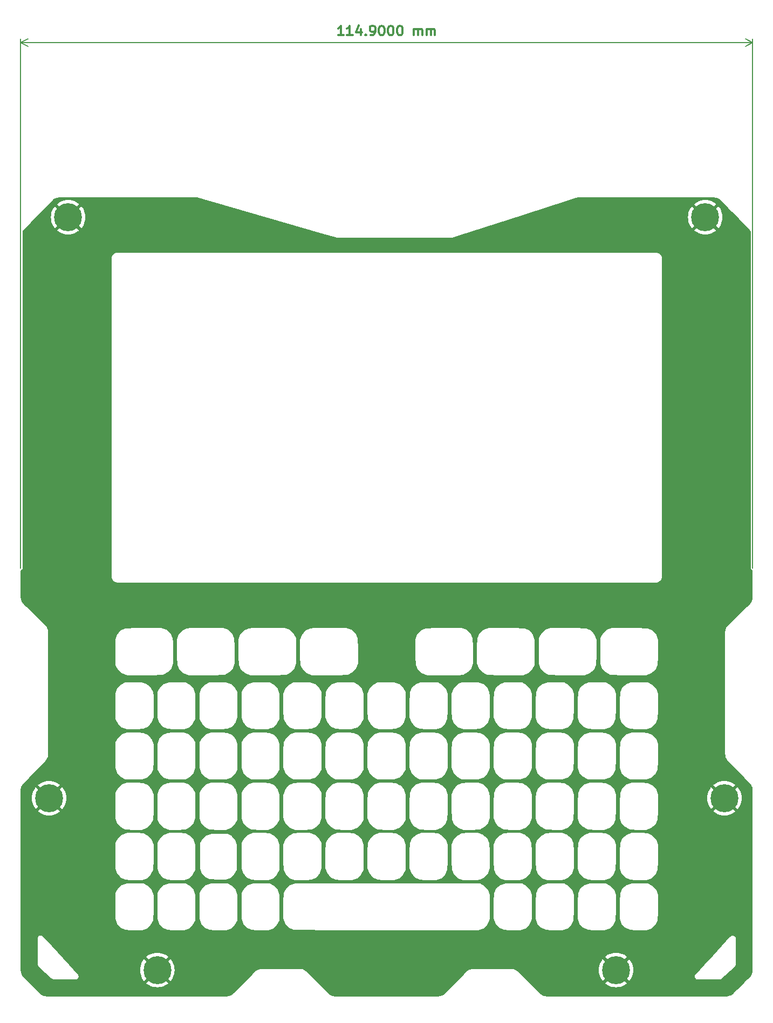
<source format=gbr>
%TF.GenerationSoftware,KiCad,Pcbnew,8.0.1*%
%TF.CreationDate,2024-04-02T00:15:23+02:00*%
%TF.ProjectId,frontpanel,66726f6e-7470-4616-9e65-6c2e6b696361,rev?*%
%TF.SameCoordinates,Original*%
%TF.FileFunction,Copper,L2,Bot*%
%TF.FilePolarity,Positive*%
%FSLAX46Y46*%
G04 Gerber Fmt 4.6, Leading zero omitted, Abs format (unit mm)*
G04 Created by KiCad (PCBNEW 8.0.1) date 2024-04-02 00:15:23*
%MOMM*%
%LPD*%
G01*
G04 APERTURE LIST*
%ADD10C,0.300000*%
%TA.AperFunction,NonConductor*%
%ADD11C,0.300000*%
%TD*%
%TA.AperFunction,NonConductor*%
%ADD12C,0.200000*%
%TD*%
%TA.AperFunction,ComponentPad*%
%ADD13C,0.700000*%
%TD*%
%TA.AperFunction,ComponentPad*%
%ADD14C,4.400000*%
%TD*%
G04 APERTURE END LIST*
D10*
D11*
X-6785711Y116836423D02*
X-7642854Y116836423D01*
X-7214283Y116836423D02*
X-7214283Y118336423D01*
X-7214283Y118336423D02*
X-7357140Y118122137D01*
X-7357140Y118122137D02*
X-7499997Y117979280D01*
X-7499997Y117979280D02*
X-7642854Y117907852D01*
X-5357140Y116836423D02*
X-6214283Y116836423D01*
X-5785712Y116836423D02*
X-5785712Y118336423D01*
X-5785712Y118336423D02*
X-5928569Y118122137D01*
X-5928569Y118122137D02*
X-6071426Y117979280D01*
X-6071426Y117979280D02*
X-6214283Y117907852D01*
X-4071426Y117836423D02*
X-4071427Y116836423D01*
X-4428569Y118407852D02*
X-4785712Y117336423D01*
X-4785712Y117336423D02*
X-3857141Y117336423D01*
X-3285713Y116979280D02*
X-3214284Y116907852D01*
X-3214284Y116907852D02*
X-3285713Y116836423D01*
X-3285713Y116836423D02*
X-3357141Y116907852D01*
X-3357141Y116907852D02*
X-3285713Y116979280D01*
X-3285713Y116979280D02*
X-3285713Y116836423D01*
X-2499998Y116836423D02*
X-2214284Y116836423D01*
X-2214284Y116836423D02*
X-2071427Y116907852D01*
X-2071427Y116907852D02*
X-1999998Y116979280D01*
X-1999998Y116979280D02*
X-1857141Y117193566D01*
X-1857141Y117193566D02*
X-1785712Y117479280D01*
X-1785712Y117479280D02*
X-1785712Y118050709D01*
X-1785712Y118050709D02*
X-1857141Y118193566D01*
X-1857141Y118193566D02*
X-1928569Y118264994D01*
X-1928569Y118264994D02*
X-2071427Y118336423D01*
X-2071427Y118336423D02*
X-2357141Y118336423D01*
X-2357141Y118336423D02*
X-2499998Y118264994D01*
X-2499998Y118264994D02*
X-2571427Y118193566D01*
X-2571427Y118193566D02*
X-2642855Y118050709D01*
X-2642855Y118050709D02*
X-2642855Y117693566D01*
X-2642855Y117693566D02*
X-2571427Y117550709D01*
X-2571427Y117550709D02*
X-2499998Y117479280D01*
X-2499998Y117479280D02*
X-2357141Y117407852D01*
X-2357141Y117407852D02*
X-2071427Y117407852D01*
X-2071427Y117407852D02*
X-1928570Y117479280D01*
X-1928570Y117479280D02*
X-1857141Y117550709D01*
X-1857141Y117550709D02*
X-1785712Y117693566D01*
X-857141Y118336423D02*
X-714284Y118336423D01*
X-714284Y118336423D02*
X-571427Y118264994D01*
X-571427Y118264994D02*
X-499998Y118193566D01*
X-499998Y118193566D02*
X-428570Y118050709D01*
X-428570Y118050709D02*
X-357141Y117764994D01*
X-357141Y117764994D02*
X-357141Y117407852D01*
X-357141Y117407852D02*
X-428570Y117122137D01*
X-428570Y117122137D02*
X-499999Y116979280D01*
X-499999Y116979280D02*
X-571427Y116907852D01*
X-571427Y116907852D02*
X-714284Y116836423D01*
X-714284Y116836423D02*
X-857141Y116836423D01*
X-857141Y116836423D02*
X-999999Y116907852D01*
X-999999Y116907852D02*
X-1071427Y116979280D01*
X-1071427Y116979280D02*
X-1142856Y117122137D01*
X-1142856Y117122137D02*
X-1214284Y117407852D01*
X-1214284Y117407852D02*
X-1214284Y117764994D01*
X-1214284Y117764994D02*
X-1142856Y118050709D01*
X-1142856Y118050709D02*
X-1071427Y118193566D01*
X-1071427Y118193566D02*
X-999998Y118264994D01*
X-999998Y118264994D02*
X-857141Y118336423D01*
X571429Y118336423D02*
X714286Y118336423D01*
X714286Y118336423D02*
X857143Y118264994D01*
X857143Y118264994D02*
X928572Y118193566D01*
X928572Y118193566D02*
X1000000Y118050709D01*
X1000000Y118050709D02*
X1071429Y117764994D01*
X1071429Y117764994D02*
X1071429Y117407851D01*
X1071429Y117407851D02*
X1000000Y117122137D01*
X1000000Y117122137D02*
X928571Y116979280D01*
X928571Y116979280D02*
X857143Y116907851D01*
X857143Y116907851D02*
X714286Y116836423D01*
X714286Y116836423D02*
X571429Y116836423D01*
X571429Y116836423D02*
X428571Y116907851D01*
X428571Y116907851D02*
X357143Y116979280D01*
X357143Y116979280D02*
X285714Y117122137D01*
X285714Y117122137D02*
X214286Y117407851D01*
X214286Y117407851D02*
X214286Y117764994D01*
X214286Y117764994D02*
X285714Y118050709D01*
X285714Y118050709D02*
X357143Y118193566D01*
X357143Y118193566D02*
X428572Y118264994D01*
X428572Y118264994D02*
X571429Y118336423D01*
X2000000Y118336423D02*
X2142857Y118336423D01*
X2142857Y118336423D02*
X2285714Y118264994D01*
X2285714Y118264994D02*
X2357143Y118193566D01*
X2357143Y118193566D02*
X2428571Y118050709D01*
X2428571Y118050709D02*
X2500000Y117764994D01*
X2500000Y117764994D02*
X2500000Y117407851D01*
X2500000Y117407851D02*
X2428571Y117122137D01*
X2428571Y117122137D02*
X2357142Y116979280D01*
X2357142Y116979280D02*
X2285714Y116907851D01*
X2285714Y116907851D02*
X2142857Y116836423D01*
X2142857Y116836423D02*
X2000000Y116836423D01*
X2000000Y116836423D02*
X1857142Y116907851D01*
X1857142Y116907851D02*
X1785714Y116979280D01*
X1785714Y116979280D02*
X1714285Y117122137D01*
X1714285Y117122137D02*
X1642857Y117407851D01*
X1642857Y117407851D02*
X1642857Y117764994D01*
X1642857Y117764994D02*
X1714285Y118050709D01*
X1714285Y118050709D02*
X1785714Y118193566D01*
X1785714Y118193566D02*
X1857143Y118264994D01*
X1857143Y118264994D02*
X2000000Y118336423D01*
X4285713Y116836423D02*
X4285713Y117836423D01*
X4285713Y117693566D02*
X4357142Y117764994D01*
X4357142Y117764994D02*
X4499999Y117836423D01*
X4499999Y117836423D02*
X4714285Y117836423D01*
X4714285Y117836423D02*
X4857142Y117764994D01*
X4857142Y117764994D02*
X4928571Y117622137D01*
X4928571Y117622137D02*
X4928570Y116836423D01*
X4928571Y117622137D02*
X4999999Y117764994D01*
X4999999Y117764994D02*
X5142856Y117836423D01*
X5142856Y117836423D02*
X5357142Y117836423D01*
X5357142Y117836423D02*
X5499999Y117764994D01*
X5499999Y117764994D02*
X5571428Y117622137D01*
X5571428Y117622137D02*
X5571428Y116836423D01*
X6285713Y116836423D02*
X6285713Y117836423D01*
X6285713Y117693566D02*
X6357142Y117764994D01*
X6357142Y117764994D02*
X6499999Y117836423D01*
X6499999Y117836423D02*
X6714285Y117836423D01*
X6714285Y117836423D02*
X6857142Y117764994D01*
X6857142Y117764994D02*
X6928571Y117622137D01*
X6928571Y117622137D02*
X6928570Y116836423D01*
X6928571Y117622137D02*
X6999999Y117764994D01*
X6999999Y117764994D02*
X7142856Y117836423D01*
X7142856Y117836423D02*
X7357142Y117836423D01*
X7357142Y117836423D02*
X7499999Y117764994D01*
X7499999Y117764994D02*
X7571428Y117622137D01*
X7571428Y117622137D02*
X7571428Y116836423D01*
D12*
X-57450000Y33147359D02*
X-57449999Y116301173D01*
X57450000Y33147358D02*
X57450001Y116301172D01*
X-57449999Y115714753D02*
X57450001Y115714752D01*
X-57449999Y115714753D02*
X57450001Y115714752D01*
X-57449999Y115714753D02*
X-56323495Y116301174D01*
X-57449999Y115714753D02*
X-56323495Y115128332D01*
X57450001Y115714752D02*
X56323497Y115128331D01*
X57450001Y115714752D02*
X56323497Y116301173D01*
D13*
%TO.P,H1,1,1*%
%TO.N,GND*%
X-51650000Y88250000D03*
X-51166726Y89416726D03*
X-51166726Y87083274D03*
X-50000000Y89900000D03*
D14*
X-50000000Y88250000D03*
D13*
X-50000000Y86600000D03*
X-48833274Y89416726D03*
X-48833274Y87083274D03*
X-48350000Y88250000D03*
%TD*%
%TO.P,H2,1,1*%
%TO.N,GND*%
X50000000Y86600000D03*
X48833274Y87083274D03*
X51166726Y87083274D03*
X48350000Y88250000D03*
D14*
X50000000Y88250000D03*
D13*
X51650000Y88250000D03*
X48833274Y89416726D03*
X51166726Y89416726D03*
X50000000Y89900000D03*
%TD*%
%TO.P,H5,1,1*%
%TO.N,GND*%
X-54650000Y-3000000D03*
X-54166726Y-1833274D03*
X-54166726Y-4166726D03*
X-53000000Y-1350000D03*
D14*
X-53000000Y-3000000D03*
D13*
X-53000000Y-4650000D03*
X-51833274Y-1833274D03*
X-51833274Y-4166726D03*
X-51350000Y-3000000D03*
%TD*%
%TO.P,H4,1,1*%
%TO.N,GND*%
X34350000Y-30000000D03*
X34833274Y-28833274D03*
X34833274Y-31166726D03*
X36000000Y-28350000D03*
D14*
X36000000Y-30000000D03*
D13*
X36000000Y-31650000D03*
X37166726Y-28833274D03*
X37166726Y-31166726D03*
X37650000Y-30000000D03*
%TD*%
%TO.P,H6,1,1*%
%TO.N,GND*%
X51350000Y-3000000D03*
X51833274Y-1833274D03*
X51833274Y-4166726D03*
X53000000Y-1350000D03*
D14*
X53000000Y-3000000D03*
D13*
X53000000Y-4650000D03*
X54166726Y-1833274D03*
X54166726Y-4166726D03*
X54650000Y-3000000D03*
%TD*%
%TO.P,H3,1,1*%
%TO.N,GND*%
X-37650000Y-30000000D03*
X-37166726Y-28833274D03*
X-37166726Y-31166726D03*
X-36000000Y-28350000D03*
D14*
X-36000000Y-30000000D03*
D13*
X-36000000Y-31650000D03*
X-34833274Y-28833274D03*
X-34833274Y-31166726D03*
X-34350000Y-30000000D03*
%TD*%
%TA.AperFunction,Conductor*%
%TO.N,GND*%
G36*
X-29748821Y91350175D02*
G01*
X-10247192Y85720839D01*
X-7750000Y85000000D01*
X10250005Y85000000D01*
X20348217Y88250000D01*
X47295065Y88250000D01*
X47314786Y87923961D01*
X47373667Y87602658D01*
X47470835Y87290835D01*
X47470839Y87290824D01*
X47604897Y86992958D01*
X47604898Y86992956D01*
X47773881Y86713422D01*
X47773886Y86713416D01*
X47921474Y86525030D01*
X47921476Y86525029D01*
X49063709Y87667262D01*
X49160967Y87533398D01*
X49283398Y87410967D01*
X49417262Y87313709D01*
X48275029Y86171476D01*
X48275030Y86171474D01*
X48463416Y86023886D01*
X48463422Y86023881D01*
X48742956Y85854898D01*
X48742958Y85854897D01*
X49040824Y85720839D01*
X49040835Y85720835D01*
X49352658Y85623667D01*
X49673961Y85564786D01*
X50000000Y85545065D01*
X50326038Y85564786D01*
X50647341Y85623667D01*
X50959164Y85720835D01*
X50959175Y85720839D01*
X51257041Y85854897D01*
X51257043Y85854898D01*
X51536576Y86023881D01*
X51724968Y86171476D01*
X50582737Y87313709D01*
X50716602Y87410967D01*
X50839033Y87533398D01*
X50936290Y87667261D01*
X52078522Y86525030D01*
X52078523Y86525030D01*
X52226118Y86713423D01*
X52395101Y86992956D01*
X52395102Y86992958D01*
X52529160Y87290824D01*
X52529164Y87290835D01*
X52626332Y87602658D01*
X52685213Y87923961D01*
X52704934Y88250000D01*
X52685213Y88576038D01*
X52626332Y88897341D01*
X52529164Y89209164D01*
X52529160Y89209175D01*
X52395102Y89507041D01*
X52395101Y89507043D01*
X52226112Y89786586D01*
X52078522Y89974968D01*
X50936290Y88832737D01*
X50839033Y88966602D01*
X50716602Y89089033D01*
X50582737Y89186290D01*
X51724968Y90328522D01*
X51724968Y90328523D01*
X51536586Y90476112D01*
X51257043Y90645101D01*
X51257041Y90645102D01*
X50959175Y90779160D01*
X50959164Y90779164D01*
X50647341Y90876332D01*
X50326038Y90935213D01*
X50000000Y90954934D01*
X49673961Y90935213D01*
X49352658Y90876332D01*
X49040835Y90779164D01*
X49040824Y90779160D01*
X48742958Y90645102D01*
X48742956Y90645101D01*
X48463423Y90476118D01*
X48275030Y90328523D01*
X48275030Y90328522D01*
X49417262Y89186290D01*
X49283398Y89089033D01*
X49160967Y88966602D01*
X49063708Y88832736D01*
X47921476Y89974968D01*
X47773881Y89786576D01*
X47604898Y89507043D01*
X47604897Y89507041D01*
X47470839Y89209175D01*
X47470835Y89209164D01*
X47373667Y88897341D01*
X47314786Y88576038D01*
X47295065Y88250000D01*
X20348217Y88250000D01*
X29729856Y91269379D01*
X29977486Y91349076D01*
X30015475Y91355039D01*
X51417726Y91355039D01*
X51428130Y91354602D01*
X51577069Y91342061D01*
X51589381Y91340400D01*
X51734369Y91313382D01*
X51746391Y91310515D01*
X51887349Y91269379D01*
X51899007Y91265337D01*
X52034952Y91210487D01*
X52046102Y91205332D01*
X52176088Y91137230D01*
X52186739Y91130955D01*
X52309655Y91050013D01*
X52319651Y91042688D01*
X52433857Y90949879D01*
X52444325Y90940329D01*
X53076292Y90293864D01*
X53076549Y90293600D01*
X53636669Y89717207D01*
X53636670Y89717207D01*
X54196800Y89140813D01*
X54756920Y88564419D01*
X55317040Y87988025D01*
X55691534Y87602658D01*
X55877169Y87411633D01*
X55877170Y87411632D01*
X56997410Y86258844D01*
X56997524Y86258726D01*
X57030157Y86225056D01*
X57036768Y86217665D01*
X57121153Y86115373D01*
X57148629Y86051133D01*
X57149500Y86036465D01*
X57149500Y33107797D01*
X57169979Y33031367D01*
X57169982Y33031362D01*
X57209535Y32962853D01*
X57209541Y32962845D01*
X57265487Y32906899D01*
X57265495Y32906893D01*
X57334004Y32867340D01*
X57334013Y32867336D01*
X57358096Y32860883D01*
X57417755Y32824517D01*
X57448283Y32761670D01*
X57450000Y32741109D01*
X57450000Y28581577D01*
X57449588Y28571480D01*
X57437523Y28423803D01*
X57435819Y28411088D01*
X57408901Y28267266D01*
X57406137Y28255632D01*
X57365593Y28115424D01*
X57361634Y28103893D01*
X57307684Y27968761D01*
X57302561Y27957575D01*
X57235439Y27828367D01*
X57229237Y27817751D01*
X57149376Y27695406D01*
X57142130Y27685427D01*
X57050469Y27571567D01*
X57041136Y27561222D01*
X56552442Y27077219D01*
X56552110Y27076891D01*
X56132810Y26664734D01*
X55713400Y26252469D01*
X55294001Y25840205D01*
X55294000Y25840204D01*
X54035770Y24603409D01*
X53616324Y24191109D01*
X53578154Y24153528D01*
X53578152Y24153526D01*
X53474000Y24032449D01*
X53473998Y24032446D01*
X53383006Y23902494D01*
X53383001Y23902487D01*
X53305698Y23764707D01*
X53305697Y23764704D01*
X53242402Y23620230D01*
X53242395Y23620209D01*
X53193501Y23470097D01*
X53193498Y23470087D01*
X53159598Y23315390D01*
X53141401Y23157242D01*
X53141400Y23157224D01*
X53138400Y20322255D01*
X53138400Y17594362D01*
X53138000Y14866441D01*
X53138000Y14866440D01*
X53137590Y12138480D01*
X53137590Y3902258D01*
X53150590Y3746740D01*
X53150591Y3746731D01*
X53178189Y3594102D01*
X53220185Y3445452D01*
X53220190Y3445439D01*
X53276286Y3301697D01*
X53345989Y3163862D01*
X53428791Y3033078D01*
X53524489Y2910250D01*
X53524491Y2910248D01*
X54020326Y2401383D01*
X54219793Y2198143D01*
X54444800Y1968880D01*
X54869280Y1536380D01*
X55293760Y1103870D01*
X55718240Y671370D01*
X56142720Y238860D01*
X56567200Y-193640D01*
X56991674Y-626143D01*
X56991678Y-626151D01*
X56991680Y-626150D01*
X57024870Y-659973D01*
X57031594Y-667404D01*
X57124453Y-778752D01*
X57131736Y-788405D01*
X57212253Y-906718D01*
X57218518Y-916959D01*
X57286825Y-1041830D01*
X57292102Y-1052704D01*
X57347899Y-1183564D01*
X57352023Y-1194682D01*
X57395116Y-1330438D01*
X57398185Y-1342018D01*
X57428065Y-1481708D01*
X57430013Y-1493627D01*
X57446139Y-1635364D01*
X57446934Y-1649298D01*
X57449930Y-6045970D01*
X57449930Y-10344990D01*
X57449950Y-14644030D01*
X57450000Y-25691910D01*
X57450000Y-30038834D01*
X57449578Y-30049053D01*
X57437506Y-30195039D01*
X57435890Y-30207207D01*
X57409784Y-30349433D01*
X57407052Y-30361107D01*
X57367470Y-30499663D01*
X57363565Y-30511166D01*
X57310708Y-30644949D01*
X57305766Y-30655879D01*
X57240144Y-30784096D01*
X57234140Y-30794542D01*
X57156236Y-30916017D01*
X57149060Y-30926067D01*
X57059436Y-31039221D01*
X57050412Y-31049412D01*
X56663950Y-31440298D01*
X56663529Y-31440721D01*
X56345210Y-31759597D01*
X56345211Y-31759598D01*
X56116758Y-31988468D01*
X56026610Y-32078780D01*
X55708010Y-32397960D01*
X55389410Y-32717130D01*
X55070800Y-33036310D01*
X54752200Y-33355480D01*
X54752199Y-33355480D01*
X54433616Y-33674642D01*
X54433617Y-33674643D01*
X54399734Y-33708615D01*
X54392189Y-33715578D01*
X54280107Y-33810730D01*
X54270471Y-33818130D01*
X54151309Y-33900683D01*
X54140960Y-33907124D01*
X54014739Y-33977318D01*
X54003904Y-33982670D01*
X53875342Y-34038551D01*
X53872537Y-34039771D01*
X53871706Y-34040132D01*
X53860324Y-34044428D01*
X53722983Y-34088707D01*
X53711333Y-34091846D01*
X53570032Y-34122634D01*
X53557777Y-34124668D01*
X53414175Y-34141156D01*
X53400134Y-34141965D01*
X49785450Y-34144960D01*
X46269710Y-34144960D01*
X42753980Y-34144960D01*
X39238240Y-34144960D01*
X35722500Y-34144960D01*
X32206760Y-34144960D01*
X28691020Y-34144960D01*
X25175280Y-34144960D01*
X25127183Y-34144960D01*
X25117005Y-34144542D01*
X24970484Y-34132475D01*
X24958057Y-34130815D01*
X24881449Y-34116610D01*
X24815367Y-34104357D01*
X24803665Y-34101594D01*
X24664505Y-34061525D01*
X24653110Y-34057635D01*
X24518868Y-34004407D01*
X24507778Y-33999366D01*
X24379250Y-33933142D01*
X24368748Y-33927063D01*
X24248315Y-33849244D01*
X24246957Y-33848366D01*
X24237082Y-33841276D01*
X24123649Y-33751076D01*
X24113296Y-33741853D01*
X23622189Y-33252438D01*
X23621849Y-33252098D01*
X23202550Y-32830990D01*
X22783099Y-32409729D01*
X22783099Y-32409728D01*
X22363640Y-31988470D01*
X22363638Y-31988468D01*
X21944189Y-31567199D01*
X21944189Y-31567198D01*
X21524740Y-31145940D01*
X21258820Y-30878873D01*
X21105290Y-30724680D01*
X21105289Y-30724678D01*
X20685830Y-30303420D01*
X20685785Y-30303375D01*
X20648330Y-30265720D01*
X20527781Y-30163091D01*
X20527782Y-30163091D01*
X20398548Y-30073388D01*
X20398544Y-30073386D01*
X20266641Y-30000000D01*
X33295065Y-30000000D01*
X33314786Y-30326038D01*
X33373667Y-30647341D01*
X33470835Y-30959164D01*
X33470839Y-30959175D01*
X33604897Y-31257041D01*
X33604898Y-31257043D01*
X33773881Y-31536576D01*
X33921476Y-31724968D01*
X35063708Y-30582736D01*
X35160967Y-30716602D01*
X35283398Y-30839033D01*
X35417262Y-30936290D01*
X34275030Y-32078522D01*
X34275030Y-32078523D01*
X34463423Y-32226118D01*
X34742956Y-32395101D01*
X34742958Y-32395102D01*
X35040824Y-32529160D01*
X35040835Y-32529164D01*
X35352658Y-32626332D01*
X35673961Y-32685213D01*
X36000000Y-32704934D01*
X36326038Y-32685213D01*
X36647341Y-32626332D01*
X36959164Y-32529164D01*
X36959175Y-32529160D01*
X37257041Y-32395102D01*
X37257043Y-32395101D01*
X37536586Y-32226112D01*
X37724968Y-32078523D01*
X37724968Y-32078522D01*
X36582737Y-30936290D01*
X36716602Y-30839033D01*
X36839033Y-30716602D01*
X36936290Y-30582737D01*
X38078522Y-31724968D01*
X38078523Y-31724968D01*
X38226112Y-31536586D01*
X38395101Y-31257043D01*
X38395102Y-31257041D01*
X38523195Y-30972428D01*
X48360400Y-30972428D01*
X48374469Y-31111548D01*
X48388452Y-31148120D01*
X48424070Y-31241280D01*
X48507170Y-31353210D01*
X48619630Y-31438910D01*
X48757710Y-31490010D01*
X48775046Y-31490293D01*
X49260432Y-31498230D01*
X49643818Y-31498355D01*
X49657510Y-31498360D01*
X50054558Y-31498479D01*
X50054559Y-31498480D01*
X50054560Y-31498480D01*
X50451610Y-31498610D01*
X50848660Y-31498740D01*
X51245708Y-31498859D01*
X51245709Y-31498860D01*
X51245710Y-31498860D01*
X51642770Y-31498990D01*
X52039820Y-31499110D01*
X52067920Y-31499110D01*
X52151520Y-31492110D01*
X52233720Y-31478510D01*
X52313920Y-31456410D01*
X52391820Y-31428010D01*
X52391823Y-31428008D01*
X52391827Y-31428007D01*
X52466703Y-31392218D01*
X52466720Y-31392210D01*
X52538120Y-31349410D01*
X52605720Y-31300010D01*
X52880940Y-31049840D01*
X53113860Y-30836680D01*
X53346780Y-30623510D01*
X53579710Y-30410350D01*
X53812630Y-30197180D01*
X53947891Y-30073388D01*
X54045548Y-29984012D01*
X54045550Y-29984010D01*
X54188277Y-29853391D01*
X54278470Y-29770850D01*
X54511390Y-29557680D01*
X54511401Y-29557692D01*
X54511441Y-29557633D01*
X54534690Y-29536380D01*
X54598090Y-29467180D01*
X54653690Y-29392380D01*
X54700990Y-29312480D01*
X54739890Y-29228280D01*
X54770290Y-29140580D01*
X54790190Y-29049780D01*
X54801790Y-28956780D01*
X54803840Y-28418320D01*
X54803880Y-27942870D01*
X54803920Y-27467410D01*
X54803970Y-26991960D01*
X54804020Y-26516500D01*
X54804060Y-26041040D01*
X54804100Y-25565590D01*
X54804150Y-25090130D01*
X54804150Y-25033230D01*
X54763650Y-24882170D01*
X54763648Y-24882167D01*
X54763648Y-24882166D01*
X54725312Y-24823006D01*
X54683350Y-24758250D01*
X54572740Y-24665360D01*
X54572737Y-24665358D01*
X54484808Y-24626270D01*
X54441370Y-24606960D01*
X54441368Y-24606959D01*
X54441367Y-24606959D01*
X54298741Y-24587260D01*
X54298740Y-24587260D01*
X54250566Y-24594593D01*
X54154218Y-24609260D01*
X54017410Y-24676659D01*
X53936336Y-24752004D01*
X53816461Y-24882170D01*
X53256270Y-25490450D01*
X53256269Y-25490450D01*
X52576200Y-26228910D01*
X51896140Y-26967359D01*
X51896140Y-26967360D01*
X51216070Y-27705810D01*
X51216069Y-27705809D01*
X50536000Y-28444260D01*
X49855930Y-29182720D01*
X49175870Y-29921169D01*
X49175870Y-29921170D01*
X48495800Y-30659620D01*
X48495729Y-30659696D01*
X48458903Y-30699615D01*
X48458900Y-30699619D01*
X48458900Y-30699620D01*
X48435786Y-30742760D01*
X48387800Y-30832320D01*
X48360400Y-30972428D01*
X38523195Y-30972428D01*
X38529160Y-30959175D01*
X38529164Y-30959164D01*
X38626332Y-30647341D01*
X38685213Y-30326038D01*
X38704934Y-30000000D01*
X38685213Y-29673961D01*
X38626332Y-29352658D01*
X38529164Y-29040835D01*
X38529160Y-29040824D01*
X38395102Y-28742958D01*
X38395101Y-28742956D01*
X38226118Y-28463423D01*
X38078522Y-28275030D01*
X36936290Y-29417262D01*
X36839033Y-29283398D01*
X36716602Y-29160967D01*
X36582736Y-29063709D01*
X37724968Y-27921476D01*
X37536576Y-27773881D01*
X37257043Y-27604898D01*
X37257041Y-27604897D01*
X36959175Y-27470839D01*
X36959164Y-27470835D01*
X36647341Y-27373667D01*
X36326038Y-27314786D01*
X36000000Y-27295065D01*
X35673961Y-27314786D01*
X35352658Y-27373667D01*
X35040835Y-27470835D01*
X35040824Y-27470839D01*
X34742958Y-27604897D01*
X34742956Y-27604898D01*
X34463422Y-27773881D01*
X34463416Y-27773886D01*
X34275030Y-27921474D01*
X34275029Y-27921476D01*
X35417262Y-29063709D01*
X35283398Y-29160967D01*
X35160967Y-29283398D01*
X35063709Y-29417262D01*
X33921476Y-28275029D01*
X33921474Y-28275030D01*
X33773886Y-28463416D01*
X33773881Y-28463422D01*
X33604898Y-28742956D01*
X33604897Y-28742958D01*
X33470839Y-29040824D01*
X33470835Y-29040835D01*
X33373667Y-29352658D01*
X33314786Y-29673961D01*
X33295065Y-30000000D01*
X20266641Y-30000000D01*
X20261585Y-29997187D01*
X20185411Y-29964140D01*
X20117990Y-29934890D01*
X19968890Y-29886790D01*
X19968888Y-29886789D01*
X19968887Y-29886789D01*
X19815388Y-29853391D01*
X19815380Y-29853390D01*
X19658410Y-29835390D01*
X19658402Y-29835389D01*
X19658399Y-29835389D01*
X18812682Y-29832390D01*
X18812620Y-29832390D01*
X18072890Y-29832390D01*
X17333160Y-29832390D01*
X16593430Y-29832390D01*
X15853700Y-29832390D01*
X15113970Y-29832390D01*
X14374230Y-29832390D01*
X13634500Y-29832390D01*
X13581100Y-29832390D01*
X13581098Y-29832390D01*
X13550000Y-29834938D01*
X13422470Y-29845390D01*
X13422463Y-29845391D01*
X13422456Y-29845392D01*
X13266990Y-29874287D01*
X13266982Y-29874289D01*
X13266980Y-29874290D01*
X13115590Y-29917990D01*
X13115584Y-29917992D01*
X13115579Y-29917994D01*
X12969506Y-29976187D01*
X12829777Y-30048486D01*
X12829765Y-30048492D01*
X12697384Y-30134494D01*
X12573547Y-30233692D01*
X12573546Y-30233693D01*
X12081321Y-30727879D01*
X11665830Y-31148118D01*
X11665830Y-31148120D01*
X11552205Y-31263050D01*
X11250351Y-31568369D01*
X11250350Y-31568370D01*
X10834860Y-31988620D01*
X10419380Y-32408860D01*
X10003890Y-32829110D01*
X9588410Y-33249350D01*
X9172955Y-33669564D01*
X9172918Y-33669602D01*
X9138952Y-33703928D01*
X9131392Y-33710958D01*
X9019028Y-33807029D01*
X9009321Y-33814529D01*
X8964200Y-33845960D01*
X8889589Y-33897931D01*
X8879258Y-33904397D01*
X8752434Y-33975352D01*
X8741551Y-33980758D01*
X8608571Y-34038880D01*
X8597204Y-34043198D01*
X8459133Y-34088029D01*
X8447320Y-34091229D01*
X8305230Y-34122290D01*
X8292968Y-34124333D01*
X8148352Y-34141026D01*
X8134557Y-34141843D01*
X7263943Y-34144819D01*
X7263519Y-34144820D01*
X6492430Y-34144820D01*
X5721210Y-34144820D01*
X-4949080Y-34144820D01*
X-5720300Y-34144820D01*
X-6491510Y-34144820D01*
X-7262740Y-34144820D01*
X-8033960Y-34144820D01*
X-8082282Y-34144820D01*
X-8092410Y-34144406D01*
X-8104560Y-34143410D01*
X-8239628Y-34132339D01*
X-8252237Y-34130650D01*
X-8395535Y-34103919D01*
X-8407194Y-34101155D01*
X-8546924Y-34060810D01*
X-8558429Y-34056868D01*
X-8693132Y-34003190D01*
X-8704283Y-33998094D01*
X-8833168Y-33931303D01*
X-8843611Y-33925228D01*
X-8965764Y-33845965D01*
X-8975720Y-33838780D01*
X-9089357Y-33747889D01*
X-9099749Y-33738572D01*
X-9587150Y-33249350D01*
X-9587484Y-33249012D01*
X-10002630Y-32829110D01*
X-10002631Y-32829109D01*
X-10299171Y-32529164D01*
X-10418110Y-32408860D01*
X-10418110Y-32408858D01*
X-10833600Y-31988620D01*
X-10833602Y-31988618D01*
X-11249078Y-31568370D01*
X-11249079Y-31568371D01*
X-11317645Y-31499020D01*
X-11664570Y-31148120D01*
X-12080050Y-30727880D01*
X-12109927Y-30697660D01*
X-12495511Y-30307647D01*
X-12495512Y-30307648D01*
X-12533125Y-30269634D01*
X-12653987Y-30166091D01*
X-12783731Y-30075688D01*
X-12921158Y-29998695D01*
X-12921167Y-29998691D01*
X-13065339Y-29935786D01*
X-13215055Y-29887191D01*
X-13369268Y-29853488D01*
X-13526956Y-29835389D01*
X-14374177Y-29832390D01*
X-14374240Y-29832390D01*
X-15113980Y-29832390D01*
X-15853710Y-29832390D01*
X-16593440Y-29832390D01*
X-17333170Y-29832390D01*
X-18072900Y-29832390D01*
X-18812630Y-29832390D01*
X-19552360Y-29832390D01*
X-19605560Y-29832390D01*
X-19605561Y-29832390D01*
X-19763400Y-29845389D01*
X-19865114Y-29864189D01*
X-19918140Y-29873990D01*
X-19918145Y-29873991D01*
X-19918148Y-29873992D01*
X-20068718Y-29917192D01*
X-20177459Y-29960301D01*
X-20214260Y-29974890D01*
X-20214263Y-29974891D01*
X-20257611Y-29997190D01*
X-20353450Y-30046490D01*
X-20485410Y-30131690D01*
X-20609090Y-30230090D01*
X-21105290Y-30724680D01*
X-21105361Y-30724751D01*
X-21105456Y-30724846D01*
X-21524740Y-31145940D01*
X-21944189Y-31567198D01*
X-21944189Y-31567199D01*
X-22363638Y-31988468D01*
X-22363640Y-31988470D01*
X-22783099Y-32409728D01*
X-22783099Y-32409729D01*
X-23202550Y-32830990D01*
X-23622000Y-33252250D01*
X-24041427Y-33673486D01*
X-24041450Y-33673510D01*
X-24071706Y-33703928D01*
X-24075297Y-33707538D01*
X-24082887Y-33714556D01*
X-24194975Y-33809829D01*
X-24204589Y-33817221D01*
X-24250745Y-33849244D01*
X-24323880Y-33899984D01*
X-24334214Y-33906425D01*
X-24460546Y-33976794D01*
X-24471465Y-33982191D01*
X-24603984Y-34039771D01*
X-24615182Y-34044007D01*
X-24667048Y-34060810D01*
X-24752723Y-34088565D01*
X-24764580Y-34091767D01*
X-24906082Y-34122548D01*
X-24918240Y-34124566D01*
X-25062102Y-34141149D01*
X-25076198Y-34141965D01*
X-28691010Y-34144960D01*
X-32206750Y-34144960D01*
X-35722490Y-34144960D01*
X-39238230Y-34144960D01*
X-42753970Y-34144960D01*
X-46269710Y-34144960D01*
X-49785440Y-34144960D01*
X-53301180Y-34144960D01*
X-53349178Y-34144960D01*
X-53359370Y-34144540D01*
X-53375091Y-34143243D01*
X-53505650Y-34132473D01*
X-53518022Y-34130822D01*
X-53660513Y-34104449D01*
X-53672160Y-34101706D01*
X-53811049Y-34061836D01*
X-53822529Y-34057924D01*
X-53956598Y-34004780D01*
X-53967569Y-33999801D01*
X-54095929Y-33933855D01*
X-54106501Y-33927749D01*
X-54139540Y-33906428D01*
X-54228151Y-33849244D01*
X-54237990Y-33842190D01*
X-54351478Y-33752138D01*
X-54361753Y-33743013D01*
X-54751915Y-33355772D01*
X-54752323Y-33355365D01*
X-55070809Y-33036310D01*
X-55070811Y-33036309D01*
X-55389410Y-32717130D01*
X-55389410Y-32717129D01*
X-55708010Y-32397960D01*
X-56026620Y-32078780D01*
X-56026621Y-32078779D01*
X-56116768Y-31988468D01*
X-56345220Y-31759600D01*
X-56345220Y-31759599D01*
X-56663820Y-31440430D01*
X-56663821Y-31440429D01*
X-56687366Y-31416841D01*
X-56982420Y-31121250D01*
X-56992096Y-31111548D01*
X-57016219Y-31087359D01*
X-57023110Y-31079857D01*
X-57117653Y-30968037D01*
X-57125066Y-30958339D01*
X-57207174Y-30839190D01*
X-57213522Y-30828947D01*
X-57283356Y-30702969D01*
X-57288715Y-30692074D01*
X-57345791Y-30560107D01*
X-57350049Y-30548775D01*
X-57394054Y-30411660D01*
X-57397180Y-30399993D01*
X-57427707Y-30258916D01*
X-57429698Y-30246879D01*
X-57446190Y-30103685D01*
X-57447004Y-30089581D01*
X-57450000Y-25691995D01*
X-57450000Y-25691910D01*
X-57449997Y-25090080D01*
X-54804158Y-25090080D01*
X-54804113Y-25565540D01*
X-54804068Y-26040990D01*
X-54804023Y-26516450D01*
X-54803978Y-26991910D01*
X-54803933Y-27467360D01*
X-54803888Y-27942820D01*
X-54803843Y-28418270D01*
X-54803798Y-28893730D01*
X-54803798Y-28925330D01*
X-54795598Y-29018930D01*
X-54777918Y-29110530D01*
X-54750898Y-29199330D01*
X-54714978Y-29284830D01*
X-54670428Y-29366230D01*
X-54617568Y-29442830D01*
X-54617563Y-29442835D01*
X-54617560Y-29442840D01*
X-54556685Y-29514022D01*
X-54556678Y-29514030D01*
X-54278437Y-29770890D01*
X-54054118Y-29976187D01*
X-54045516Y-29984060D01*
X-53812595Y-30197229D01*
X-53579673Y-30410390D01*
X-53346752Y-30623550D01*
X-53346750Y-30623552D01*
X-53171331Y-30784096D01*
X-53113831Y-30836720D01*
X-52880909Y-31049890D01*
X-52647988Y-31263050D01*
X-52627218Y-31282050D01*
X-52561108Y-31333650D01*
X-52490898Y-31378650D01*
X-52490889Y-31378654D01*
X-52490887Y-31378656D01*
X-52477956Y-31385350D01*
X-52417108Y-31416850D01*
X-52340238Y-31448050D01*
X-52260798Y-31472450D01*
X-52179288Y-31488550D01*
X-52179278Y-31488551D01*
X-52179274Y-31488552D01*
X-52133187Y-31493876D01*
X-52096208Y-31498150D01*
X-51643053Y-31499020D01*
X-51245958Y-31498900D01*
X-50848863Y-31498780D01*
X-50451768Y-31498650D01*
X-50054673Y-31498520D01*
X-49657578Y-31498400D01*
X-49260483Y-31498270D01*
X-48863388Y-31498150D01*
X-48808928Y-31498150D01*
X-48663089Y-31460450D01*
X-48541715Y-31385350D01*
X-48448474Y-31281250D01*
X-48387034Y-31156520D01*
X-48361024Y-31019590D01*
X-48361024Y-31019587D01*
X-48361023Y-31019583D01*
X-48374244Y-30878873D01*
X-48374246Y-30878865D01*
X-48430213Y-30742763D01*
X-48430215Y-30742760D01*
X-49104170Y-30000000D01*
X-38704934Y-30000000D01*
X-38685213Y-30326038D01*
X-38626332Y-30647341D01*
X-38529164Y-30959164D01*
X-38529160Y-30959175D01*
X-38395102Y-31257041D01*
X-38395101Y-31257043D01*
X-38226112Y-31536586D01*
X-38078522Y-31724968D01*
X-36936290Y-30582737D01*
X-36839033Y-30716602D01*
X-36716602Y-30839033D01*
X-36582737Y-30936290D01*
X-37724968Y-32078522D01*
X-37724968Y-32078523D01*
X-37536586Y-32226112D01*
X-37257043Y-32395101D01*
X-37257041Y-32395102D01*
X-36959175Y-32529160D01*
X-36959164Y-32529164D01*
X-36647341Y-32626332D01*
X-36326038Y-32685213D01*
X-36000000Y-32704934D01*
X-35673961Y-32685213D01*
X-35352658Y-32626332D01*
X-35040835Y-32529164D01*
X-35040824Y-32529160D01*
X-34742958Y-32395102D01*
X-34742956Y-32395101D01*
X-34463423Y-32226118D01*
X-34275030Y-32078523D01*
X-34275030Y-32078522D01*
X-35417262Y-30936290D01*
X-35283398Y-30839033D01*
X-35160967Y-30716602D01*
X-35063708Y-30582736D01*
X-33921476Y-31724968D01*
X-33773881Y-31536576D01*
X-33604898Y-31257043D01*
X-33604897Y-31257041D01*
X-33470839Y-30959175D01*
X-33470835Y-30959164D01*
X-33373667Y-30647341D01*
X-33314786Y-30326038D01*
X-33295065Y-30000000D01*
X-33314786Y-29673961D01*
X-33373667Y-29352658D01*
X-33470835Y-29040835D01*
X-33470839Y-29040824D01*
X-33604897Y-28742958D01*
X-33604898Y-28742956D01*
X-33773881Y-28463422D01*
X-33773886Y-28463416D01*
X-33921474Y-28275030D01*
X-33921476Y-28275029D01*
X-35063709Y-29417262D01*
X-35160967Y-29283398D01*
X-35283398Y-29160967D01*
X-35417262Y-29063709D01*
X-34275029Y-27921476D01*
X-34275030Y-27921474D01*
X-34463416Y-27773886D01*
X-34463422Y-27773881D01*
X-34742956Y-27604898D01*
X-34742958Y-27604897D01*
X-35040824Y-27470839D01*
X-35040835Y-27470835D01*
X-35352658Y-27373667D01*
X-35673961Y-27314786D01*
X-36000000Y-27295065D01*
X-36326038Y-27314786D01*
X-36647341Y-27373667D01*
X-36959164Y-27470835D01*
X-36959175Y-27470839D01*
X-37257041Y-27604897D01*
X-37257043Y-27604898D01*
X-37536576Y-27773881D01*
X-37724968Y-27921476D01*
X-36582736Y-29063709D01*
X-36716602Y-29160967D01*
X-36839033Y-29283398D01*
X-36936290Y-29417262D01*
X-38078522Y-28275030D01*
X-38078523Y-28275030D01*
X-38226118Y-28463423D01*
X-38395101Y-28742956D01*
X-38395102Y-28742958D01*
X-38529160Y-29040824D01*
X-38529164Y-29040835D01*
X-38626332Y-29352658D01*
X-38685213Y-29673961D01*
X-38704934Y-30000000D01*
X-49104170Y-30000000D01*
X-49175865Y-29920986D01*
X-49855930Y-29182530D01*
X-52576194Y-26228730D01*
X-53256261Y-25490270D01*
X-53936319Y-24751828D01*
X-53936326Y-24751820D01*
X-53974904Y-24709922D01*
X-53974907Y-24709919D01*
X-54107069Y-24626271D01*
X-54107071Y-24626270D01*
X-54107072Y-24626270D01*
X-54150237Y-24615101D01*
X-54250069Y-24589270D01*
X-54250070Y-24589270D01*
X-54250071Y-24589270D01*
X-54394397Y-24595270D01*
X-54465002Y-24619376D01*
X-54530590Y-24641769D01*
X-54530592Y-24641770D01*
X-54649157Y-24723570D01*
X-54649158Y-24723571D01*
X-54649159Y-24723572D01*
X-54671966Y-24752004D01*
X-54740595Y-24837560D01*
X-54795425Y-24979980D01*
X-54804158Y-25090080D01*
X-57449997Y-25090080D01*
X-57449983Y-21918550D01*
X-42600548Y-21918550D01*
X-42322788Y-22715790D01*
X-41776281Y-23336500D01*
X-41030192Y-23711520D01*
X-40186716Y-23762028D01*
X-40025540Y-23771680D01*
X-40025537Y-23771680D01*
X-39600534Y-23771680D01*
X-39175532Y-23771680D01*
X-38750530Y-23771680D01*
X-38453679Y-23771680D01*
X-38453677Y-23771680D01*
X-37656431Y-23493930D01*
X-37035713Y-22947430D01*
X-36660684Y-22201350D01*
X-36648124Y-21918550D01*
X-36000517Y-21918550D01*
X-35722757Y-22715790D01*
X-35176249Y-23336500D01*
X-34430161Y-23711520D01*
X-33586684Y-23762028D01*
X-33425508Y-23771680D01*
X-33425505Y-23771680D01*
X-33000502Y-23771680D01*
X-32575500Y-23771680D01*
X-32150498Y-23771680D01*
X-31853647Y-23771680D01*
X-31853645Y-23771680D01*
X-31056399Y-23493930D01*
X-30435679Y-22947430D01*
X-30060650Y-22201350D01*
X-30048090Y-21918550D01*
X-29400485Y-21918550D01*
X-29122724Y-22715790D01*
X-28576216Y-23336500D01*
X-27830127Y-23711520D01*
X-26986650Y-23762028D01*
X-26825474Y-23771680D01*
X-26825471Y-23771680D01*
X-26400469Y-23771680D01*
X-25975467Y-23771680D01*
X-25550465Y-23771680D01*
X-25253614Y-23771680D01*
X-25253612Y-23771680D01*
X-24456366Y-23493930D01*
X-23835648Y-22947430D01*
X-23460619Y-22201350D01*
X-23448059Y-21918550D01*
X-22800452Y-21918550D01*
X-22522692Y-22715790D01*
X-21976184Y-23336500D01*
X-21230095Y-23711520D01*
X-20386618Y-23762028D01*
X-20225442Y-23771680D01*
X-20225439Y-23771680D01*
X-19800437Y-23771680D01*
X-19375435Y-23771680D01*
X-18950433Y-23771680D01*
X-18653582Y-23771680D01*
X-18653580Y-23771680D01*
X-17856334Y-23493930D01*
X-17235615Y-22947430D01*
X-16860586Y-22201350D01*
X-16848026Y-21918550D01*
X-16200419Y-21918550D01*
X-15922659Y-22715790D01*
X-15376151Y-23336500D01*
X-14630063Y-23711520D01*
X-7837809Y-23765252D01*
X-7025389Y-23771680D01*
X-7025374Y-23771680D01*
X-340Y-23771680D01*
X7024700Y-23771680D01*
X14049730Y-23771680D01*
X14346578Y-23771680D01*
X14346580Y-23771680D01*
X15143830Y-23493930D01*
X15764550Y-22947430D01*
X16139580Y-22201350D01*
X16152139Y-21918550D01*
X16799740Y-21918550D01*
X17077500Y-22715790D01*
X17624010Y-23336500D01*
X18370100Y-23711520D01*
X19204463Y-23761483D01*
X19374747Y-23771680D01*
X19374750Y-23771680D01*
X19799760Y-23771680D01*
X20224760Y-23771680D01*
X20649760Y-23771680D01*
X20946608Y-23771680D01*
X20946610Y-23771680D01*
X21743860Y-23493930D01*
X22364580Y-22947430D01*
X22739610Y-22201350D01*
X22752169Y-21918550D01*
X23399770Y-21918550D01*
X23677530Y-22715790D01*
X24224040Y-23336500D01*
X24970130Y-23711520D01*
X25804503Y-23761483D01*
X25974787Y-23771680D01*
X25974790Y-23771680D01*
X26399790Y-23771680D01*
X26824790Y-23771680D01*
X27249790Y-23771680D01*
X27546638Y-23771680D01*
X27546640Y-23771680D01*
X28343890Y-23493930D01*
X28964610Y-22947430D01*
X29339640Y-22201350D01*
X29352199Y-21918550D01*
X29999810Y-21918550D01*
X30277570Y-22715790D01*
X30824080Y-23336500D01*
X31570170Y-23711520D01*
X32404533Y-23761483D01*
X32574817Y-23771680D01*
X32574820Y-23771680D01*
X32999820Y-23771680D01*
X33424830Y-23771680D01*
X33849830Y-23771680D01*
X34146678Y-23771680D01*
X34146680Y-23771680D01*
X34943930Y-23493930D01*
X35564650Y-22947430D01*
X35939680Y-22201350D01*
X35952239Y-21918550D01*
X36599840Y-21918550D01*
X36877600Y-22715790D01*
X37424110Y-23336500D01*
X38170200Y-23711520D01*
X39004563Y-23761483D01*
X39174847Y-23771680D01*
X39174850Y-23771680D01*
X39599860Y-23771680D01*
X40024860Y-23771680D01*
X40449860Y-23771680D01*
X40746708Y-23771680D01*
X40746710Y-23771680D01*
X41543960Y-23493930D01*
X42164680Y-22947430D01*
X42539710Y-22201350D01*
X42599870Y-20846700D01*
X42599870Y-20071690D01*
X42599870Y-19296680D01*
X42599870Y-18521680D01*
X42599870Y-18224830D01*
X42322120Y-17427580D01*
X41775610Y-16806860D01*
X41767831Y-16802950D01*
X41029521Y-16431840D01*
X40024863Y-16371680D01*
X40024860Y-16371680D01*
X39599860Y-16371680D01*
X39174850Y-16371680D01*
X38749850Y-16371680D01*
X38453000Y-16371680D01*
X38452998Y-16371680D01*
X37655749Y-16649430D01*
X37035032Y-17195937D01*
X37035030Y-17195939D01*
X37035030Y-17195940D01*
X36660000Y-17942030D01*
X36599840Y-19296680D01*
X36599840Y-20071690D01*
X36599840Y-20846700D01*
X36599840Y-21621700D01*
X36599840Y-21918550D01*
X35952239Y-21918550D01*
X35999840Y-20846700D01*
X35999840Y-20071690D01*
X35999840Y-19296680D01*
X35999840Y-18521680D01*
X35999840Y-18224830D01*
X35722090Y-17427580D01*
X35175580Y-16806860D01*
X35167801Y-16802950D01*
X34429491Y-16431840D01*
X33424833Y-16371680D01*
X33424830Y-16371680D01*
X32999820Y-16371680D01*
X32574820Y-16371680D01*
X32149820Y-16371680D01*
X31852970Y-16371680D01*
X31852968Y-16371680D01*
X31055719Y-16649430D01*
X30435002Y-17195937D01*
X30435000Y-17195939D01*
X30435000Y-17195940D01*
X30059970Y-17942030D01*
X29999810Y-19296680D01*
X29999810Y-20071690D01*
X29999810Y-20846700D01*
X29999810Y-21621700D01*
X29999810Y-21918550D01*
X29352199Y-21918550D01*
X29399800Y-20846700D01*
X29399800Y-20071690D01*
X29399800Y-19296680D01*
X29399800Y-18521680D01*
X29399800Y-18224830D01*
X29122050Y-17427580D01*
X28575540Y-16806860D01*
X28567761Y-16802950D01*
X27829451Y-16431840D01*
X26824793Y-16371680D01*
X26824790Y-16371680D01*
X26399790Y-16371680D01*
X25974790Y-16371680D01*
X25549790Y-16371680D01*
X25252930Y-16371680D01*
X25252928Y-16371680D01*
X24455679Y-16649430D01*
X23834961Y-17195929D01*
X23834960Y-17195930D01*
X23459930Y-17942020D01*
X23399770Y-19296680D01*
X23399770Y-20071690D01*
X23399770Y-20846700D01*
X23399770Y-21621700D01*
X23399770Y-21918550D01*
X22752169Y-21918550D01*
X22799770Y-20846700D01*
X22799770Y-20071690D01*
X22799770Y-19296680D01*
X22799770Y-18521680D01*
X22799770Y-18224830D01*
X22522020Y-17427580D01*
X21975510Y-16806860D01*
X21967731Y-16802950D01*
X21229421Y-16431840D01*
X20224763Y-16371680D01*
X20224760Y-16371680D01*
X19799760Y-16371680D01*
X19374750Y-16371680D01*
X18949750Y-16371680D01*
X18652900Y-16371680D01*
X18652898Y-16371680D01*
X17855649Y-16649430D01*
X17234932Y-17195937D01*
X17234930Y-17195939D01*
X17234930Y-17195940D01*
X16859900Y-17942030D01*
X16799740Y-19296680D01*
X16799740Y-20071690D01*
X16799740Y-20846700D01*
X16799740Y-21621700D01*
X16799740Y-21918550D01*
X16152139Y-21918550D01*
X16199740Y-20846700D01*
X16199740Y-20071690D01*
X16199740Y-19296680D01*
X16199740Y-18521680D01*
X16199740Y-18224830D01*
X15921990Y-17427580D01*
X15375480Y-16806860D01*
X15371569Y-16804894D01*
X14629392Y-16431840D01*
X7024715Y-16371680D01*
X7024700Y-16371680D01*
X-340Y-16371680D01*
X-7025374Y-16371680D01*
X-14050409Y-16371680D01*
X-14347263Y-16371680D01*
X-14347264Y-16371680D01*
X-15144514Y-16649430D01*
X-15765232Y-17195939D01*
X-15765235Y-17195943D01*
X-16140255Y-17942024D01*
X-16140255Y-17942027D01*
X-16140257Y-17942030D01*
X-16200419Y-19296680D01*
X-16200419Y-20071690D01*
X-16200419Y-20846700D01*
X-16200419Y-21621700D01*
X-16200419Y-21918550D01*
X-16848026Y-21918550D01*
X-16800422Y-20846700D01*
X-16800422Y-20071690D01*
X-16800422Y-19296680D01*
X-16800422Y-18521680D01*
X-16800422Y-18224830D01*
X-16800421Y-18224830D01*
X-17078177Y-17427579D01*
X-17624679Y-16806863D01*
X-17624684Y-16806858D01*
X-18370773Y-16431840D01*
X-19375432Y-16371680D01*
X-19375435Y-16371680D01*
X-19800437Y-16371680D01*
X-20225439Y-16371680D01*
X-20650441Y-16371680D01*
X-20947296Y-16371680D01*
X-20947297Y-16371680D01*
X-21744546Y-16649430D01*
X-22365265Y-17195939D01*
X-22365268Y-17195943D01*
X-22740288Y-17942024D01*
X-22740288Y-17942027D01*
X-22740290Y-17942030D01*
X-22800452Y-19296680D01*
X-22800452Y-20071690D01*
X-22800452Y-20846700D01*
X-22800452Y-21621700D01*
X-22800452Y-21918550D01*
X-23448059Y-21918550D01*
X-23400455Y-20846700D01*
X-23400455Y-20071690D01*
X-23400455Y-19296680D01*
X-23400455Y-18521680D01*
X-23400455Y-18224830D01*
X-23400454Y-18224830D01*
X-23678210Y-17427579D01*
X-24224712Y-16806863D01*
X-24224717Y-16806858D01*
X-24970806Y-16431840D01*
X-25975464Y-16371680D01*
X-25975467Y-16371680D01*
X-26400469Y-16371680D01*
X-26825471Y-16371680D01*
X-27250473Y-16371680D01*
X-27547328Y-16371680D01*
X-27547329Y-16371680D01*
X-28344578Y-16649430D01*
X-28965298Y-17195939D01*
X-28965301Y-17195943D01*
X-29340321Y-17942024D01*
X-29340321Y-17942027D01*
X-29340323Y-17942030D01*
X-29400485Y-19296680D01*
X-29400485Y-20071690D01*
X-29400485Y-20846700D01*
X-29400485Y-21621700D01*
X-29400485Y-21918550D01*
X-30048090Y-21918550D01*
X-30000486Y-20846700D01*
X-30000486Y-20071690D01*
X-30000486Y-19296680D01*
X-30000486Y-18521680D01*
X-30000486Y-18224830D01*
X-30000485Y-18224830D01*
X-30278241Y-17427579D01*
X-30824744Y-16806863D01*
X-30824749Y-16806858D01*
X-31570838Y-16431840D01*
X-32575497Y-16371680D01*
X-32575500Y-16371680D01*
X-33000502Y-16371680D01*
X-33425505Y-16371680D01*
X-33850507Y-16371680D01*
X-34147361Y-16371680D01*
X-34147362Y-16371680D01*
X-34944612Y-16649430D01*
X-35565330Y-17195939D01*
X-35565333Y-17195943D01*
X-35940353Y-17942024D01*
X-35940353Y-17942027D01*
X-35940355Y-17942030D01*
X-36000517Y-19296680D01*
X-36000517Y-20071690D01*
X-36000517Y-20846700D01*
X-36000517Y-21621700D01*
X-36000517Y-21918550D01*
X-36648124Y-21918550D01*
X-36600520Y-20846700D01*
X-36600520Y-20071690D01*
X-36600520Y-19296680D01*
X-36600520Y-18521680D01*
X-36600520Y-18224830D01*
X-36600519Y-18224830D01*
X-36878275Y-17427579D01*
X-37424777Y-16806863D01*
X-37424782Y-16806858D01*
X-38170871Y-16431840D01*
X-39175529Y-16371680D01*
X-39175532Y-16371680D01*
X-39600534Y-16371680D01*
X-40025537Y-16371680D01*
X-40450539Y-16371680D01*
X-40747393Y-16371680D01*
X-40747394Y-16371680D01*
X-41544643Y-16649430D01*
X-42165362Y-17195939D01*
X-42165365Y-17195943D01*
X-42540384Y-17942024D01*
X-42540384Y-17942027D01*
X-42540386Y-17942030D01*
X-42600548Y-19296680D01*
X-42600548Y-20071690D01*
X-42600548Y-20846700D01*
X-42600548Y-21621700D01*
X-42600548Y-21918550D01*
X-57449983Y-21918550D01*
X-57449950Y-14644030D01*
X-57449947Y-14018540D01*
X-42600548Y-14018540D01*
X-42322793Y-14815790D01*
X-41920565Y-15272640D01*
X-41846521Y-15356740D01*
X-41776288Y-15436510D01*
X-41030196Y-15811530D01*
X-40186716Y-15862038D01*
X-40025540Y-15871690D01*
X-40025537Y-15871690D01*
X-39600535Y-15871690D01*
X-39175532Y-15871690D01*
X-38750530Y-15871690D01*
X-38453678Y-15871690D01*
X-38453676Y-15871690D01*
X-37656425Y-15593940D01*
X-37035706Y-15047430D01*
X-37035703Y-15047426D01*
X-36660683Y-14301345D01*
X-36660682Y-14301339D01*
X-36659485Y-14274377D01*
X-36648123Y-14018540D01*
X-36000517Y-14018540D01*
X-35722762Y-14815790D01*
X-35176256Y-15436510D01*
X-34430164Y-15811530D01*
X-33586684Y-15862038D01*
X-33425508Y-15871690D01*
X-33425505Y-15871690D01*
X-33000502Y-15871690D01*
X-32575500Y-15871690D01*
X-32150498Y-15871690D01*
X-31853645Y-15871690D01*
X-31853643Y-15871690D01*
X-31056393Y-15593940D01*
X-30435672Y-15047430D01*
X-30435669Y-15047426D01*
X-30060649Y-14301345D01*
X-30060648Y-14301339D01*
X-30059451Y-14274377D01*
X-30047476Y-14004740D01*
X-29300485Y-14004740D01*
X-29035646Y-14764900D01*
X-28514557Y-15356740D01*
X-27803168Y-15714320D01*
X-27238405Y-15747453D01*
X-26825482Y-15771680D01*
X-26825471Y-15771680D01*
X-26400469Y-15771680D01*
X-25975467Y-15771680D01*
X-25550465Y-15771680D01*
X-25267421Y-15771680D01*
X-25267419Y-15771680D01*
X-24507252Y-15506850D01*
X-24211327Y-15246305D01*
X-23915404Y-14985761D01*
X-23915404Y-14985760D01*
X-23915403Y-14985760D01*
X-23557820Y-14274380D01*
X-23557819Y-14274379D01*
X-23557819Y-14274378D01*
X-23557819Y-14274377D01*
X-23546765Y-14018540D01*
X-22800452Y-14018540D01*
X-22522697Y-14815790D01*
X-21976191Y-15436510D01*
X-21230099Y-15811530D01*
X-20386618Y-15862038D01*
X-20225442Y-15871690D01*
X-20225439Y-15871690D01*
X-19800437Y-15871690D01*
X-19375435Y-15871690D01*
X-18950433Y-15871690D01*
X-18653580Y-15871690D01*
X-18653578Y-15871690D01*
X-17856328Y-15593940D01*
X-17235608Y-15047430D01*
X-17235605Y-15047426D01*
X-16860585Y-14301345D01*
X-16860584Y-14301339D01*
X-16859387Y-14274377D01*
X-16800422Y-12946690D01*
X-16200419Y-12946690D01*
X-16140257Y-14301340D01*
X-16140255Y-14301343D01*
X-16140255Y-14301345D01*
X-15796232Y-14985760D01*
X-15765233Y-15047430D01*
X-15144514Y-15593940D01*
X-14347263Y-15871690D01*
X-14347261Y-15871690D01*
X-12775403Y-15871690D01*
X-12775400Y-15871690D01*
X-12614223Y-15862038D01*
X-11770743Y-15811530D01*
X-11770741Y-15811529D01*
X-11770740Y-15811529D01*
X-11024652Y-15436511D01*
X-11024647Y-15436506D01*
X-10478145Y-14815790D01*
X-10298914Y-14301337D01*
X-10200390Y-14018540D01*
X-9600387Y-14018540D01*
X-9322632Y-14815790D01*
X-8776126Y-15436510D01*
X-8030034Y-15811530D01*
X-7186554Y-15862038D01*
X-7025378Y-15871690D01*
X-7025375Y-15871690D01*
X-6600372Y-15871690D01*
X-6175370Y-15871690D01*
X-5750368Y-15871690D01*
X-5453516Y-15871690D01*
X-5453514Y-15871690D01*
X-4656263Y-15593940D01*
X-4035544Y-15047430D01*
X-4035541Y-15047426D01*
X-3660521Y-14301345D01*
X-3660520Y-14301339D01*
X-3659323Y-14274377D01*
X-3647961Y-14018540D01*
X-3000355Y-14018540D01*
X-2722600Y-14815790D01*
X-2176094Y-15436510D01*
X-1430002Y-15811530D01*
X-586522Y-15862038D01*
X-425346Y-15871690D01*
X-425343Y-15871690D01*
X-342Y-15871690D01*
X424660Y-15871690D01*
X849660Y-15871690D01*
X1146508Y-15871690D01*
X1146510Y-15871690D01*
X1943760Y-15593940D01*
X2564480Y-15047430D01*
X2939510Y-14301340D01*
X2952069Y-14018540D01*
X3599680Y-14018540D01*
X3877430Y-14815790D01*
X4423940Y-15436510D01*
X5170030Y-15811530D01*
X6004403Y-15861493D01*
X6174687Y-15871690D01*
X6174690Y-15871690D01*
X6599690Y-15871690D01*
X7024700Y-15871690D01*
X7449700Y-15871690D01*
X7746548Y-15871690D01*
X7746550Y-15871690D01*
X8543800Y-15593940D01*
X9164520Y-15047430D01*
X9539550Y-14301340D01*
X9599710Y-12946690D01*
X10199710Y-12946690D01*
X10259870Y-14301340D01*
X10634900Y-15047430D01*
X11255620Y-15593940D01*
X12052870Y-15871690D01*
X12349720Y-15871690D01*
X12774720Y-15871690D01*
X13199730Y-15871690D01*
X13624730Y-15871690D01*
X14049728Y-15871690D01*
X14049730Y-15871690D01*
X14629390Y-15811530D01*
X15375480Y-15436510D01*
X15921990Y-14815790D01*
X16199740Y-14018540D01*
X16199740Y-13721690D01*
X16199740Y-12946690D01*
X16799740Y-12946690D01*
X16859900Y-14301340D01*
X17234930Y-15047430D01*
X17855650Y-15593940D01*
X18652900Y-15871690D01*
X18949750Y-15871690D01*
X19374750Y-15871690D01*
X19799760Y-15871690D01*
X20224760Y-15871690D01*
X20649758Y-15871690D01*
X20649760Y-15871690D01*
X21229420Y-15811530D01*
X21975510Y-15436510D01*
X22522020Y-14815790D01*
X22799770Y-14018540D01*
X22799770Y-13721690D01*
X22799770Y-12946690D01*
X23399770Y-12946690D01*
X23459930Y-14301350D01*
X23834960Y-15047440D01*
X24455680Y-15593940D01*
X25252930Y-15871690D01*
X25549790Y-15871690D01*
X25974790Y-15871690D01*
X26399790Y-15871690D01*
X26824790Y-15871690D01*
X27249788Y-15871690D01*
X27249790Y-15871690D01*
X27829450Y-15811530D01*
X28575540Y-15436510D01*
X29122050Y-14815790D01*
X29399800Y-14018540D01*
X29999810Y-14018540D01*
X30277560Y-14815790D01*
X30824070Y-15436510D01*
X31570160Y-15811530D01*
X32404533Y-15861493D01*
X32574817Y-15871690D01*
X32574820Y-15871690D01*
X32999820Y-15871690D01*
X33424830Y-15871690D01*
X33849830Y-15871690D01*
X34146678Y-15871690D01*
X34146680Y-15871690D01*
X34943930Y-15593940D01*
X35564650Y-15047430D01*
X35939680Y-14301340D01*
X35952239Y-14018540D01*
X36599840Y-14018540D01*
X36877590Y-14815790D01*
X37424100Y-15436510D01*
X38170190Y-15811530D01*
X39004563Y-15861493D01*
X39174847Y-15871690D01*
X39174850Y-15871690D01*
X39599860Y-15871690D01*
X40024860Y-15871690D01*
X40449860Y-15871690D01*
X40746708Y-15871690D01*
X40746710Y-15871690D01*
X41543960Y-15593940D01*
X42164680Y-15047430D01*
X42539710Y-14301340D01*
X42599870Y-12946690D01*
X42599870Y-12171690D01*
X42599870Y-11396700D01*
X42599870Y-10621700D01*
X42599870Y-10324850D01*
X42322120Y-9527600D01*
X41775610Y-8906880D01*
X41635631Y-8836520D01*
X41029521Y-8531860D01*
X40024863Y-8471700D01*
X40024860Y-8471700D01*
X39599860Y-8471700D01*
X39174850Y-8471700D01*
X38749850Y-8471700D01*
X38453000Y-8471700D01*
X38452998Y-8471700D01*
X37655749Y-8749450D01*
X37035032Y-9295957D01*
X37035030Y-9295959D01*
X37035030Y-9295960D01*
X36660000Y-10042050D01*
X36599840Y-11396700D01*
X36599840Y-12171690D01*
X36599840Y-12946690D01*
X36599840Y-13721690D01*
X36599840Y-14018540D01*
X35952239Y-14018540D01*
X35999840Y-12946690D01*
X35999840Y-12171690D01*
X35999840Y-11396700D01*
X35999840Y-10621700D01*
X35999840Y-10324850D01*
X35722090Y-9527600D01*
X35175580Y-8906880D01*
X35035601Y-8836520D01*
X34429491Y-8531860D01*
X33424833Y-8471700D01*
X33424830Y-8471700D01*
X32999820Y-8471700D01*
X32574820Y-8471700D01*
X32149820Y-8471700D01*
X31852970Y-8471700D01*
X31852968Y-8471700D01*
X31055719Y-8749450D01*
X30435002Y-9295957D01*
X30435000Y-9295959D01*
X30435000Y-9295960D01*
X30059970Y-10042050D01*
X29999810Y-11396700D01*
X29999810Y-12171690D01*
X29999810Y-12946690D01*
X29999810Y-13721690D01*
X29999810Y-14018540D01*
X29399800Y-14018540D01*
X29399800Y-13721690D01*
X29399800Y-12946690D01*
X29399800Y-12171690D01*
X29399800Y-11396700D01*
X29339640Y-10042050D01*
X28964610Y-9295960D01*
X28613276Y-8986630D01*
X28343890Y-8749450D01*
X27546641Y-8471700D01*
X27546640Y-8471700D01*
X27249790Y-8471700D01*
X26824790Y-8471700D01*
X26399790Y-8471700D01*
X25974790Y-8471700D01*
X25974787Y-8471700D01*
X24970129Y-8531860D01*
X24970127Y-8531860D01*
X24224041Y-8906879D01*
X24224039Y-8906880D01*
X23677530Y-9527598D01*
X23488907Y-10069001D01*
X23399770Y-10324850D01*
X23399770Y-10621700D01*
X23399770Y-11396700D01*
X23399770Y-12171690D01*
X23399770Y-12946690D01*
X22799770Y-12946690D01*
X22799770Y-12171690D01*
X22799770Y-11396700D01*
X22739610Y-10042050D01*
X22364580Y-9295960D01*
X22013246Y-8986630D01*
X21743860Y-8749450D01*
X20946611Y-8471700D01*
X20946610Y-8471700D01*
X20649760Y-8471700D01*
X20224760Y-8471700D01*
X19799760Y-8471700D01*
X19374750Y-8471700D01*
X19374747Y-8471700D01*
X18370089Y-8531860D01*
X18370087Y-8531860D01*
X17624001Y-8906879D01*
X17623999Y-8906880D01*
X17077490Y-9527599D01*
X16799740Y-10324848D01*
X16799740Y-10324850D01*
X16799740Y-10621700D01*
X16799740Y-11396700D01*
X16799740Y-12171690D01*
X16799740Y-12946690D01*
X16199740Y-12946690D01*
X16199740Y-12171690D01*
X16199740Y-11396700D01*
X16139580Y-10042050D01*
X15764550Y-9295960D01*
X15413216Y-8986630D01*
X15143830Y-8749450D01*
X14346581Y-8471700D01*
X14346580Y-8471700D01*
X14049730Y-8471700D01*
X13624730Y-8471700D01*
X13199730Y-8471700D01*
X12774720Y-8471700D01*
X12774717Y-8471700D01*
X11770059Y-8531860D01*
X11770057Y-8531860D01*
X11023971Y-8906879D01*
X11023969Y-8906880D01*
X10477460Y-9527599D01*
X10199710Y-10324848D01*
X10199710Y-10324850D01*
X10199710Y-10621700D01*
X10199710Y-11396700D01*
X10199710Y-12171690D01*
X10199710Y-12946690D01*
X9599710Y-12946690D01*
X9599710Y-12171690D01*
X9599710Y-11396700D01*
X9599710Y-10621700D01*
X9599710Y-10324850D01*
X9321960Y-9527600D01*
X8775450Y-8906880D01*
X8635471Y-8836520D01*
X8029361Y-8531860D01*
X7024703Y-8471700D01*
X7024700Y-8471700D01*
X6599690Y-8471700D01*
X6174690Y-8471700D01*
X5749690Y-8471700D01*
X5452840Y-8471700D01*
X5452838Y-8471700D01*
X4655589Y-8749450D01*
X4034872Y-9295957D01*
X4034870Y-9295959D01*
X4034870Y-9295960D01*
X3659840Y-10042050D01*
X3599680Y-11396700D01*
X3599680Y-12171690D01*
X3599680Y-12946690D01*
X3599680Y-13721690D01*
X3599680Y-14018540D01*
X2952069Y-14018540D01*
X2999670Y-12946690D01*
X2999670Y-12171690D01*
X2999670Y-11396700D01*
X2999670Y-10621700D01*
X2999670Y-10324850D01*
X2721920Y-9527600D01*
X2175410Y-8906880D01*
X2035431Y-8836520D01*
X1429321Y-8531860D01*
X424663Y-8471700D01*
X424660Y-8471700D01*
X-342Y-8471700D01*
X-425343Y-8471700D01*
X-850344Y-8471700D01*
X-1147199Y-8471700D01*
X-1147200Y-8471700D01*
X-1944449Y-8749450D01*
X-2565168Y-9295959D01*
X-2565171Y-9295963D01*
X-2940191Y-10042044D01*
X-2940191Y-10042047D01*
X-2940193Y-10042050D01*
X-3000355Y-11396700D01*
X-3000355Y-12171690D01*
X-3000355Y-12946690D01*
X-3000355Y-13721690D01*
X-3000355Y-14018540D01*
X-3647961Y-14018540D01*
X-3600358Y-12946690D01*
X-3600358Y-12171690D01*
X-3600358Y-11396700D01*
X-3600358Y-10621700D01*
X-3600358Y-10324850D01*
X-3600357Y-10324850D01*
X-3878113Y-9527599D01*
X-4424615Y-8906883D01*
X-4424620Y-8906878D01*
X-5170709Y-8531860D01*
X-6175367Y-8471700D01*
X-6175370Y-8471700D01*
X-6600372Y-8471700D01*
X-7025375Y-8471700D01*
X-7450377Y-8471700D01*
X-7747231Y-8471700D01*
X-7747232Y-8471700D01*
X-8544482Y-8749450D01*
X-9165200Y-9295959D01*
X-9165203Y-9295963D01*
X-9540223Y-10042044D01*
X-9540223Y-10042047D01*
X-9540225Y-10042050D01*
X-9600387Y-11396700D01*
X-9600387Y-12171690D01*
X-9600387Y-12946690D01*
X-9600387Y-13721690D01*
X-9600387Y-14018540D01*
X-10200390Y-14018540D01*
X-10200390Y-13721690D01*
X-10200390Y-12946690D01*
X-10200390Y-12171690D01*
X-10200390Y-11396700D01*
X-10200390Y-10621700D01*
X-10200391Y-10621680D01*
X-10260550Y-10042052D01*
X-10260552Y-10042047D01*
X-10635573Y-9295963D01*
X-10635576Y-9295959D01*
X-11256295Y-8749450D01*
X-12053544Y-8471700D01*
X-12053546Y-8471700D01*
X-12350401Y-8471700D01*
X-12775403Y-8471700D01*
X-13200405Y-8471700D01*
X-13625407Y-8471700D01*
X-13625410Y-8471700D01*
X-14630066Y-8531860D01*
X-14630068Y-8531860D01*
X-15376156Y-8906878D01*
X-15376158Y-8906880D01*
X-15922664Y-9527600D01*
X-16200419Y-10324850D01*
X-16200419Y-10621700D01*
X-16200419Y-11396700D01*
X-16200419Y-12171690D01*
X-16200419Y-12946690D01*
X-16800422Y-12946690D01*
X-16800422Y-12171690D01*
X-16800422Y-11396700D01*
X-16800422Y-10621700D01*
X-16800422Y-10324850D01*
X-16800421Y-10324850D01*
X-17078177Y-9527599D01*
X-17624679Y-8906883D01*
X-17624684Y-8906878D01*
X-18370773Y-8531860D01*
X-19375432Y-8471700D01*
X-19375435Y-8471700D01*
X-19800437Y-8471700D01*
X-20225439Y-8471700D01*
X-20650441Y-8471700D01*
X-20947296Y-8471700D01*
X-20947297Y-8471700D01*
X-21744546Y-8749450D01*
X-22365265Y-9295959D01*
X-22365268Y-9295963D01*
X-22740288Y-10042044D01*
X-22740288Y-10042047D01*
X-22740290Y-10042050D01*
X-22800452Y-11396700D01*
X-22800452Y-12171690D01*
X-22800452Y-12946690D01*
X-22800452Y-13721690D01*
X-22800452Y-14018540D01*
X-23546765Y-14018540D01*
X-23500455Y-12946699D01*
X-23500455Y-10338648D01*
X-23765286Y-9578479D01*
X-24286370Y-8986631D01*
X-24293824Y-8982883D01*
X-24997765Y-8629040D01*
X-25079240Y-8624260D01*
X-25975456Y-8571680D01*
X-25975467Y-8571680D01*
X-26400469Y-8571680D01*
X-26825471Y-8571680D01*
X-27250473Y-8571680D01*
X-27533522Y-8571680D01*
X-28293696Y-8836520D01*
X-28885546Y-9357608D01*
X-28885547Y-9357610D01*
X-29243125Y-10068997D01*
X-29243125Y-10068999D01*
X-29243126Y-10069000D01*
X-29300485Y-11396700D01*
X-29300485Y-12171690D01*
X-29300485Y-12946690D01*
X-29300485Y-13721690D01*
X-29300485Y-14004740D01*
X-30047476Y-14004740D01*
X-30000486Y-12946690D01*
X-30000486Y-12171690D01*
X-30000486Y-11396700D01*
X-30000486Y-10621700D01*
X-30000486Y-10324850D01*
X-30000485Y-10324850D01*
X-30278241Y-9527599D01*
X-30824744Y-8906883D01*
X-30824749Y-8906878D01*
X-31570838Y-8531860D01*
X-32575497Y-8471700D01*
X-32575500Y-8471700D01*
X-33000502Y-8471700D01*
X-33425505Y-8471700D01*
X-33850507Y-8471700D01*
X-34147361Y-8471700D01*
X-34147362Y-8471700D01*
X-34944612Y-8749450D01*
X-35565330Y-9295959D01*
X-35565333Y-9295963D01*
X-35940353Y-10042044D01*
X-35940353Y-10042047D01*
X-35940355Y-10042050D01*
X-36000517Y-11396700D01*
X-36000517Y-12171690D01*
X-36000517Y-12946690D01*
X-36000517Y-13721690D01*
X-36000517Y-14018540D01*
X-36648123Y-14018540D01*
X-36600520Y-12946690D01*
X-36600520Y-12171690D01*
X-36600520Y-11396700D01*
X-36600520Y-10621700D01*
X-36600520Y-10324850D01*
X-36600519Y-10324850D01*
X-36878275Y-9527599D01*
X-37424777Y-8906883D01*
X-37424782Y-8906878D01*
X-38170871Y-8531860D01*
X-39175529Y-8471700D01*
X-39175532Y-8471700D01*
X-39600535Y-8471700D01*
X-40025537Y-8471700D01*
X-40450539Y-8471700D01*
X-40747393Y-8471700D01*
X-40747394Y-8471700D01*
X-41544643Y-8749450D01*
X-42165362Y-9295959D01*
X-42165365Y-9295963D01*
X-42540384Y-10042044D01*
X-42540384Y-10042047D01*
X-42540386Y-10042050D01*
X-42600548Y-11396700D01*
X-42600548Y-12171690D01*
X-42600548Y-12946690D01*
X-42600548Y-13721690D01*
X-42600548Y-14018540D01*
X-57449947Y-14018540D01*
X-57449930Y-10344989D01*
X-57449930Y-6118530D01*
X-42600548Y-6118530D01*
X-42322796Y-6915780D01*
X-41776291Y-7536500D01*
X-41030198Y-7911530D01*
X-40527867Y-7941610D01*
X-40025540Y-7971690D01*
X-40025537Y-7971690D01*
X-39600535Y-7971690D01*
X-39175532Y-7971690D01*
X-38750530Y-7971690D01*
X-38453676Y-7971690D01*
X-38453675Y-7971690D01*
X-37656422Y-7693930D01*
X-37035702Y-7147430D01*
X-37035701Y-7147429D01*
X-37035699Y-7147427D01*
X-36660681Y-6401341D01*
X-36600520Y-5046680D01*
X-36000517Y-5046680D01*
X-35940356Y-6401340D01*
X-35940355Y-6401341D01*
X-35681769Y-6915790D01*
X-35565335Y-7147430D01*
X-34944615Y-7693930D01*
X-34147362Y-7971690D01*
X-34147361Y-7971690D01*
X-32575500Y-7971690D01*
X-32575497Y-7971690D01*
X-31972702Y-7935594D01*
X-31570838Y-7911530D01*
X-30824744Y-7536500D01*
X-30278238Y-6915780D01*
X-30000486Y-6118530D01*
X-29400485Y-6118530D01*
X-29122733Y-6915780D01*
X-28576227Y-7536500D01*
X-27830133Y-7911530D01*
X-27327802Y-7941610D01*
X-26825474Y-7971690D01*
X-26825471Y-7971690D01*
X-26400469Y-7971690D01*
X-25975467Y-7971690D01*
X-25550465Y-7971690D01*
X-25253611Y-7971690D01*
X-25253610Y-7971690D01*
X-24456357Y-7693930D01*
X-23835637Y-7147430D01*
X-23835636Y-7147429D01*
X-23835634Y-7147427D01*
X-23460616Y-6401341D01*
X-23448056Y-6118530D01*
X-22800452Y-6118530D01*
X-22522700Y-6915780D01*
X-21976194Y-7536500D01*
X-21230100Y-7911530D01*
X-20727769Y-7941610D01*
X-20225442Y-7971690D01*
X-20225439Y-7971690D01*
X-19800437Y-7971690D01*
X-19375435Y-7971690D01*
X-18950433Y-7971690D01*
X-18653578Y-7971690D01*
X-18653577Y-7971690D01*
X-17856325Y-7693930D01*
X-17235604Y-7147430D01*
X-17235603Y-7147429D01*
X-17235601Y-7147427D01*
X-16860583Y-6401341D01*
X-16834840Y-5821678D01*
X-16200419Y-5821678D01*
X-16200417Y-5821699D01*
X-16140259Y-6401336D01*
X-16140258Y-6401337D01*
X-16140258Y-6401340D01*
X-16140257Y-6401341D01*
X-15881671Y-6915790D01*
X-15765237Y-7147430D01*
X-15144517Y-7693930D01*
X-14347264Y-7971690D01*
X-14347263Y-7971690D01*
X-12775403Y-7971690D01*
X-12775400Y-7971690D01*
X-12172606Y-7935594D01*
X-11770742Y-7911530D01*
X-11024648Y-7536500D01*
X-10478142Y-6915780D01*
X-10200390Y-6118530D01*
X-9600387Y-6118530D01*
X-9322635Y-6915780D01*
X-8776130Y-7536500D01*
X-8030036Y-7911530D01*
X-7527705Y-7941610D01*
X-7025378Y-7971690D01*
X-7025375Y-7971690D01*
X-6600373Y-7971690D01*
X-6175370Y-7971690D01*
X-5750368Y-7971690D01*
X-5453514Y-7971690D01*
X-5453513Y-7971690D01*
X-4656260Y-7693930D01*
X-4035540Y-7147430D01*
X-4035539Y-7147429D01*
X-4035537Y-7147427D01*
X-3660519Y-6401341D01*
X-3647959Y-6118530D01*
X-3000355Y-6118530D01*
X-2722603Y-6915780D01*
X-2176097Y-7536500D01*
X-1430003Y-7911530D01*
X-927673Y-7941610D01*
X-425346Y-7971690D01*
X-425343Y-7971690D01*
X-342Y-7971690D01*
X424660Y-7971690D01*
X849660Y-7971690D01*
X1146519Y-7971690D01*
X1146520Y-7971690D01*
X1943770Y-7693930D01*
X2564490Y-7147430D01*
X2939510Y-6401340D01*
X2952069Y-6118531D01*
X3599680Y-6118531D01*
X3877430Y-6915780D01*
X4081382Y-7147427D01*
X4423940Y-7536500D01*
X5170030Y-7911530D01*
X5571894Y-7935594D01*
X6174687Y-7971690D01*
X6174690Y-7971690D01*
X6599700Y-7971690D01*
X7024700Y-7971690D01*
X7449700Y-7971690D01*
X7746559Y-7971690D01*
X7746560Y-7971690D01*
X8543810Y-7693930D01*
X9164530Y-7147430D01*
X9539550Y-6401340D01*
X9599710Y-5046680D01*
X10199710Y-5046680D01*
X10234128Y-5821699D01*
X10259870Y-6401341D01*
X10634887Y-7147427D01*
X10634889Y-7147429D01*
X10634890Y-7147430D01*
X11255610Y-7693930D01*
X12052860Y-7971690D01*
X12052861Y-7971690D01*
X13624730Y-7971690D01*
X13624733Y-7971690D01*
X14127060Y-7941610D01*
X14629390Y-7911530D01*
X15375480Y-7536500D01*
X15921990Y-6915780D01*
X16199740Y-6118531D01*
X16799740Y-6118531D01*
X17077490Y-6915780D01*
X17281442Y-7147427D01*
X17624000Y-7536500D01*
X18370090Y-7911530D01*
X18771954Y-7935594D01*
X19374747Y-7971690D01*
X19374750Y-7971690D01*
X19799760Y-7971690D01*
X20224760Y-7971690D01*
X20649760Y-7971690D01*
X20946619Y-7971690D01*
X20946620Y-7971690D01*
X21743870Y-7693930D01*
X22364590Y-7147430D01*
X22739610Y-6401340D01*
X22752169Y-6118533D01*
X23399770Y-6118533D01*
X23677517Y-6915785D01*
X23677519Y-6915789D01*
X24224019Y-7536497D01*
X24224030Y-7536510D01*
X24970130Y-7911530D01*
X25813610Y-7962038D01*
X25974787Y-7971690D01*
X25974790Y-7971690D01*
X26399790Y-7971690D01*
X26824790Y-7971690D01*
X27249790Y-7971690D01*
X27546649Y-7971690D01*
X27546650Y-7971690D01*
X28343900Y-7693930D01*
X28964620Y-7147430D01*
X29339640Y-6401340D01*
X29352199Y-6118531D01*
X29999810Y-6118531D01*
X30277560Y-6915780D01*
X30481512Y-7147427D01*
X30824070Y-7536500D01*
X31570160Y-7911530D01*
X31972024Y-7935594D01*
X32574817Y-7971690D01*
X32574820Y-7971690D01*
X32999820Y-7971690D01*
X33424830Y-7971690D01*
X33849830Y-7971690D01*
X34146689Y-7971690D01*
X34146690Y-7971690D01*
X34943940Y-7693930D01*
X35564660Y-7147430D01*
X35939680Y-6401340D01*
X35952239Y-6118531D01*
X36599840Y-6118531D01*
X36877590Y-6915780D01*
X37081542Y-7147427D01*
X37424100Y-7536500D01*
X38170190Y-7911530D01*
X38572054Y-7935594D01*
X39174847Y-7971690D01*
X39174850Y-7971690D01*
X39599860Y-7971690D01*
X40024860Y-7971690D01*
X40449860Y-7971690D01*
X40746719Y-7971690D01*
X40746720Y-7971690D01*
X41543970Y-7693930D01*
X42164690Y-7147430D01*
X42539710Y-6401340D01*
X42599870Y-5046680D01*
X42599870Y-4271690D01*
X42599870Y-3496690D01*
X42599870Y-3000000D01*
X50295065Y-3000000D01*
X50314786Y-3326038D01*
X50373667Y-3647341D01*
X50470835Y-3959164D01*
X50470839Y-3959175D01*
X50604897Y-4257041D01*
X50604898Y-4257043D01*
X50773881Y-4536576D01*
X50921476Y-4724968D01*
X52063708Y-3582736D01*
X52160967Y-3716602D01*
X52283398Y-3839033D01*
X52417262Y-3936290D01*
X51275030Y-5078522D01*
X51275030Y-5078523D01*
X51463423Y-5226118D01*
X51742956Y-5395101D01*
X51742958Y-5395102D01*
X52040824Y-5529160D01*
X52040835Y-5529164D01*
X52352658Y-5626332D01*
X52673961Y-5685213D01*
X53000000Y-5704934D01*
X53326038Y-5685213D01*
X53647341Y-5626332D01*
X53959164Y-5529164D01*
X53959175Y-5529160D01*
X54257041Y-5395102D01*
X54257043Y-5395101D01*
X54536586Y-5226112D01*
X54724968Y-5078523D01*
X54724968Y-5078522D01*
X53582737Y-3936290D01*
X53716602Y-3839033D01*
X53839033Y-3716602D01*
X53936290Y-3582737D01*
X55078522Y-4724968D01*
X55078523Y-4724968D01*
X55226112Y-4536586D01*
X55395101Y-4257043D01*
X55395102Y-4257041D01*
X55529160Y-3959175D01*
X55529164Y-3959164D01*
X55626332Y-3647341D01*
X55685213Y-3326038D01*
X55704934Y-3000000D01*
X55685213Y-2673961D01*
X55626332Y-2352658D01*
X55529164Y-2040835D01*
X55529160Y-2040824D01*
X55395102Y-1742958D01*
X55395101Y-1742956D01*
X55226118Y-1463423D01*
X55078522Y-1275030D01*
X53936290Y-2417261D01*
X53839033Y-2283398D01*
X53716602Y-2160967D01*
X53582736Y-2063709D01*
X54724968Y-921476D01*
X54536576Y-773881D01*
X54257043Y-604898D01*
X54257041Y-604897D01*
X53959175Y-470839D01*
X53959164Y-470835D01*
X53647341Y-373667D01*
X53326038Y-314786D01*
X53000000Y-295065D01*
X52673961Y-314786D01*
X52352658Y-373667D01*
X52040835Y-470835D01*
X52040824Y-470839D01*
X51742958Y-604897D01*
X51742956Y-604898D01*
X51463422Y-773881D01*
X51463416Y-773886D01*
X51275030Y-921474D01*
X51275029Y-921476D01*
X52417262Y-2063709D01*
X52283398Y-2160967D01*
X52160967Y-2283398D01*
X52063709Y-2417262D01*
X50921476Y-1275029D01*
X50921474Y-1275030D01*
X50773886Y-1463416D01*
X50773881Y-1463422D01*
X50604898Y-1742956D01*
X50604897Y-1742958D01*
X50470839Y-2040824D01*
X50470835Y-2040835D01*
X50373667Y-2352658D01*
X50314786Y-2673961D01*
X50295065Y-3000000D01*
X42599870Y-3000000D01*
X42599870Y-2721690D01*
X42599870Y-2424840D01*
X42322120Y-1627590D01*
X41775610Y-1006870D01*
X41664608Y-951075D01*
X41029521Y-631850D01*
X40024863Y-571690D01*
X40024860Y-571690D01*
X39599860Y-571690D01*
X39174850Y-571690D01*
X38749850Y-571690D01*
X38453000Y-571690D01*
X38452998Y-571690D01*
X37655749Y-849440D01*
X37035032Y-1395947D01*
X37035030Y-1395949D01*
X37035030Y-1395950D01*
X36660000Y-2142040D01*
X36647441Y-2424838D01*
X36599840Y-3496691D01*
X36599840Y-6118531D01*
X35952239Y-6118531D01*
X35999840Y-5046680D01*
X35999840Y-4271690D01*
X35999840Y-3496690D01*
X35999840Y-2721690D01*
X35999840Y-2424840D01*
X35722090Y-1627590D01*
X35175580Y-1006870D01*
X35064578Y-951075D01*
X34429491Y-631850D01*
X33424833Y-571690D01*
X33424830Y-571690D01*
X32999820Y-571690D01*
X32574820Y-571690D01*
X32149820Y-571690D01*
X31852970Y-571690D01*
X31852968Y-571690D01*
X31055719Y-849440D01*
X30435002Y-1395947D01*
X30435000Y-1395949D01*
X30435000Y-1395950D01*
X30059970Y-2142040D01*
X30047411Y-2424838D01*
X29999810Y-3496691D01*
X29999810Y-6118531D01*
X29352199Y-6118531D01*
X29399800Y-5046680D01*
X29399800Y-4271690D01*
X29399800Y-3496690D01*
X29399800Y-2721690D01*
X29399800Y-2424840D01*
X29122050Y-1627590D01*
X28575540Y-1006870D01*
X28464538Y-951075D01*
X27829451Y-631850D01*
X26824793Y-571690D01*
X26824790Y-571690D01*
X26399790Y-571690D01*
X25974790Y-571690D01*
X25549790Y-571690D01*
X25252930Y-571690D01*
X25252928Y-571690D01*
X24455679Y-849440D01*
X23909358Y-1330438D01*
X23834960Y-1395940D01*
X23459930Y-2142030D01*
X23421828Y-2999999D01*
X23399770Y-3496691D01*
X23399770Y-6118533D01*
X22752169Y-6118533D01*
X22799770Y-5046680D01*
X22799770Y-4271690D01*
X22799770Y-3496690D01*
X22799770Y-2721690D01*
X22799770Y-2424840D01*
X22522020Y-1627590D01*
X21975510Y-1006870D01*
X21864508Y-951075D01*
X21229421Y-631850D01*
X20224763Y-571690D01*
X20224760Y-571690D01*
X19799760Y-571690D01*
X19374750Y-571690D01*
X18949750Y-571690D01*
X18652900Y-571690D01*
X18652898Y-571690D01*
X17855649Y-849440D01*
X17234932Y-1395947D01*
X17234930Y-1395949D01*
X17234930Y-1395950D01*
X16859900Y-2142040D01*
X16847341Y-2424838D01*
X16799740Y-3496691D01*
X16799740Y-6118531D01*
X16199740Y-6118531D01*
X16199740Y-6118530D01*
X16199740Y-5821680D01*
X16199740Y-5046680D01*
X16199740Y-4271690D01*
X16199740Y-3496690D01*
X16199740Y-2721690D01*
X16139580Y-2142040D01*
X15764550Y-1395950D01*
X15690142Y-1330438D01*
X15143830Y-849440D01*
X14346581Y-571690D01*
X14346580Y-571690D01*
X14049730Y-571690D01*
X13624730Y-571690D01*
X13199720Y-571690D01*
X12774720Y-571690D01*
X12774717Y-571690D01*
X11770059Y-631850D01*
X11770057Y-631850D01*
X11023971Y-1006869D01*
X11023969Y-1006870D01*
X10477460Y-1627589D01*
X10199710Y-2424838D01*
X10199710Y-2424840D01*
X10199710Y-2721690D01*
X10199710Y-3496690D01*
X10199710Y-4271690D01*
X10199710Y-5046680D01*
X9599710Y-5046680D01*
X9599710Y-4271690D01*
X9599710Y-3496690D01*
X9599710Y-2721690D01*
X9599710Y-2424840D01*
X9321960Y-1627590D01*
X8775450Y-1006870D01*
X8664448Y-951075D01*
X8029361Y-631850D01*
X7024703Y-571690D01*
X7024700Y-571690D01*
X6599700Y-571690D01*
X6174690Y-571690D01*
X5749690Y-571690D01*
X5452840Y-571690D01*
X5452838Y-571690D01*
X4655589Y-849440D01*
X4034872Y-1395947D01*
X4034870Y-1395949D01*
X4034870Y-1395950D01*
X3659840Y-2142040D01*
X3647281Y-2424838D01*
X3599680Y-3496691D01*
X3599680Y-6118531D01*
X2952069Y-6118531D01*
X2999670Y-5046680D01*
X2999670Y-4271690D01*
X2999670Y-3496690D01*
X2999670Y-2721690D01*
X2999670Y-2424840D01*
X2721920Y-1627590D01*
X2175410Y-1006870D01*
X2064408Y-951075D01*
X1429321Y-631850D01*
X424663Y-571690D01*
X424660Y-571690D01*
X-342Y-571690D01*
X-425343Y-571690D01*
X-850344Y-571690D01*
X-1147199Y-571690D01*
X-1147200Y-571690D01*
X-1944449Y-849440D01*
X-2565168Y-1395949D01*
X-2565171Y-1395953D01*
X-2940191Y-2142034D01*
X-2940191Y-2142037D01*
X-2940193Y-2142040D01*
X-3000355Y-3496690D01*
X-3000355Y-4271690D01*
X-3000355Y-5046680D01*
X-3000355Y-5821680D01*
X-3000355Y-6118530D01*
X-3647959Y-6118530D01*
X-3600358Y-5046678D01*
X-3600358Y-2424840D01*
X-3600357Y-2424840D01*
X-3878113Y-1627589D01*
X-4424615Y-1006873D01*
X-4424620Y-1006868D01*
X-5170709Y-631850D01*
X-6175367Y-571690D01*
X-6175370Y-571690D01*
X-6600373Y-571690D01*
X-7025375Y-571690D01*
X-7450377Y-571690D01*
X-7747231Y-571690D01*
X-7747232Y-571690D01*
X-8544482Y-849440D01*
X-9165200Y-1395949D01*
X-9165203Y-1395953D01*
X-9540223Y-2142034D01*
X-9540223Y-2142037D01*
X-9540225Y-2142040D01*
X-9600387Y-3496690D01*
X-9600387Y-4271690D01*
X-9600387Y-5046680D01*
X-9600387Y-5821680D01*
X-9600387Y-6118530D01*
X-10200390Y-6118530D01*
X-10200390Y-5821680D01*
X-10200390Y-5046680D01*
X-10200390Y-4271690D01*
X-10200390Y-3496690D01*
X-10260552Y-2142040D01*
X-10260553Y-2142034D01*
X-10635573Y-1395953D01*
X-10635576Y-1395949D01*
X-11256295Y-849440D01*
X-12053544Y-571690D01*
X-12053546Y-571690D01*
X-12350401Y-571690D01*
X-12775403Y-571690D01*
X-13200405Y-571690D01*
X-13625407Y-571690D01*
X-13625410Y-571690D01*
X-14630066Y-631850D01*
X-14630068Y-631850D01*
X-15376156Y-1006868D01*
X-15376161Y-1006873D01*
X-15718710Y-1395940D01*
X-15922664Y-1627590D01*
X-16175271Y-2352658D01*
X-16200419Y-2424840D01*
X-16200419Y-5821678D01*
X-16834840Y-5821678D01*
X-16800422Y-5046678D01*
X-16800422Y-2424840D01*
X-16800421Y-2424840D01*
X-17078177Y-1627589D01*
X-17624679Y-1006873D01*
X-17624684Y-1006868D01*
X-18370773Y-631850D01*
X-19375432Y-571690D01*
X-19375435Y-571690D01*
X-19800437Y-571690D01*
X-20225439Y-571690D01*
X-20650441Y-571690D01*
X-20947296Y-571690D01*
X-20947297Y-571690D01*
X-21744546Y-849440D01*
X-22365265Y-1395949D01*
X-22365268Y-1395953D01*
X-22740288Y-2142034D01*
X-22740288Y-2142037D01*
X-22740290Y-2142040D01*
X-22800452Y-3496690D01*
X-22800452Y-4271690D01*
X-22800452Y-5046680D01*
X-22800452Y-5821680D01*
X-22800452Y-6118530D01*
X-23448056Y-6118530D01*
X-23400455Y-5046678D01*
X-23400455Y-2424840D01*
X-23400454Y-2424840D01*
X-23678210Y-1627589D01*
X-24224712Y-1006873D01*
X-24224717Y-1006868D01*
X-24970806Y-631850D01*
X-25975464Y-571690D01*
X-25975467Y-571690D01*
X-26400469Y-571690D01*
X-26825471Y-571690D01*
X-27250473Y-571690D01*
X-27547328Y-571690D01*
X-27547329Y-571690D01*
X-28344578Y-849440D01*
X-28965298Y-1395949D01*
X-28965301Y-1395953D01*
X-29340321Y-2142034D01*
X-29340321Y-2142037D01*
X-29340323Y-2142040D01*
X-29400485Y-3496690D01*
X-29400485Y-4271690D01*
X-29400485Y-5046680D01*
X-29400485Y-5821680D01*
X-29400485Y-6118530D01*
X-30000486Y-6118530D01*
X-30000486Y-5821680D01*
X-30000486Y-5046680D01*
X-30000486Y-4271690D01*
X-30000486Y-3496690D01*
X-30060648Y-2142040D01*
X-30060649Y-2142034D01*
X-30435669Y-1395953D01*
X-30435672Y-1395949D01*
X-31056392Y-849440D01*
X-31853641Y-571690D01*
X-31853643Y-571690D01*
X-32150498Y-571690D01*
X-32575500Y-571690D01*
X-33000502Y-571690D01*
X-33425505Y-571690D01*
X-33850507Y-571690D01*
X-34430165Y-631850D01*
X-35176254Y-1006868D01*
X-35176259Y-1006873D01*
X-35518808Y-1395940D01*
X-35722762Y-1627590D01*
X-36000517Y-2424840D01*
X-36000517Y-2721690D01*
X-36000517Y-3496690D01*
X-36000517Y-4271690D01*
X-36000517Y-5046680D01*
X-36600520Y-5046680D01*
X-36600520Y-5046678D01*
X-36600520Y-2424840D01*
X-36600519Y-2424840D01*
X-36878275Y-1627589D01*
X-37424777Y-1006873D01*
X-37424782Y-1006868D01*
X-38170871Y-631850D01*
X-39175529Y-571690D01*
X-39175532Y-571690D01*
X-39600535Y-571690D01*
X-40025537Y-571690D01*
X-40450539Y-571690D01*
X-40747393Y-571690D01*
X-40747394Y-571690D01*
X-41544643Y-849440D01*
X-42165362Y-1395949D01*
X-42165365Y-1395953D01*
X-42540384Y-2142034D01*
X-42540384Y-2142037D01*
X-42540386Y-2142040D01*
X-42600548Y-3496690D01*
X-42600548Y-4271690D01*
X-42600548Y-5046680D01*
X-42600548Y-5821680D01*
X-42600548Y-6118530D01*
X-57449930Y-6118530D01*
X-57449930Y-3000000D01*
X-55704934Y-3000000D01*
X-55685213Y-3326038D01*
X-55626332Y-3647341D01*
X-55529164Y-3959164D01*
X-55529160Y-3959175D01*
X-55395102Y-4257041D01*
X-55395101Y-4257043D01*
X-55226112Y-4536586D01*
X-55078522Y-4724968D01*
X-53936290Y-3582737D01*
X-53839033Y-3716602D01*
X-53716602Y-3839033D01*
X-53582737Y-3936290D01*
X-54724968Y-5078522D01*
X-54724968Y-5078523D01*
X-54536586Y-5226112D01*
X-54257043Y-5395101D01*
X-54257041Y-5395102D01*
X-53959175Y-5529160D01*
X-53959164Y-5529164D01*
X-53647341Y-5626332D01*
X-53326038Y-5685213D01*
X-53000000Y-5704934D01*
X-52673961Y-5685213D01*
X-52352658Y-5626332D01*
X-52040835Y-5529164D01*
X-52040824Y-5529160D01*
X-51742958Y-5395102D01*
X-51742956Y-5395101D01*
X-51463423Y-5226118D01*
X-51275030Y-5078523D01*
X-51275030Y-5078522D01*
X-52417262Y-3936290D01*
X-52283398Y-3839033D01*
X-52160967Y-3716602D01*
X-52063708Y-3582736D01*
X-50921476Y-4724968D01*
X-50773881Y-4536576D01*
X-50604898Y-4257043D01*
X-50604897Y-4257041D01*
X-50470839Y-3959175D01*
X-50470835Y-3959164D01*
X-50373667Y-3647341D01*
X-50314786Y-3326038D01*
X-50295065Y-3000000D01*
X-50314786Y-2673961D01*
X-50373667Y-2352658D01*
X-50470835Y-2040835D01*
X-50470839Y-2040824D01*
X-50604897Y-1742958D01*
X-50604898Y-1742956D01*
X-50773881Y-1463422D01*
X-50773886Y-1463416D01*
X-50921474Y-1275030D01*
X-50921476Y-1275029D01*
X-52063709Y-2417262D01*
X-52160967Y-2283398D01*
X-52283398Y-2160967D01*
X-52417262Y-2063709D01*
X-51275029Y-921476D01*
X-51275030Y-921474D01*
X-51463416Y-773886D01*
X-51463422Y-773881D01*
X-51742956Y-604898D01*
X-51742958Y-604897D01*
X-52040824Y-470839D01*
X-52040835Y-470835D01*
X-52352658Y-373667D01*
X-52673961Y-314786D01*
X-53000000Y-295065D01*
X-53326038Y-314786D01*
X-53647341Y-373667D01*
X-53959164Y-470835D01*
X-53959175Y-470839D01*
X-54257041Y-604897D01*
X-54257043Y-604898D01*
X-54536576Y-773881D01*
X-54724968Y-921476D01*
X-53582736Y-2063709D01*
X-53716602Y-2160967D01*
X-53839033Y-2283398D01*
X-53936290Y-2417261D01*
X-55078522Y-1275030D01*
X-55078523Y-1275030D01*
X-55226118Y-1463423D01*
X-55395101Y-1742956D01*
X-55395102Y-1742958D01*
X-55529160Y-2040824D01*
X-55529164Y-2040835D01*
X-55626332Y-2352658D01*
X-55685213Y-2673961D01*
X-55704934Y-3000000D01*
X-57449930Y-3000000D01*
X-57449930Y-1699695D01*
X-57449500Y-1689371D01*
X-57437423Y-1544813D01*
X-57435876Y-1533080D01*
X-57410393Y-1392103D01*
X-57407702Y-1380458D01*
X-57368958Y-1243333D01*
X-57365150Y-1231984D01*
X-57313405Y-1099405D01*
X-57308524Y-1088486D01*
X-57244239Y-961492D01*
X-57238317Y-951075D01*
X-57161746Y-830360D01*
X-57154839Y-820554D01*
X-57067044Y-707907D01*
X-57058044Y-697589D01*
X-56742366Y-373667D01*
X-56566930Y-193650D01*
X-56142500Y238860D01*
X-55718060Y671360D01*
X-55293630Y1103870D01*
X-54869190Y1536370D01*
X-54444760Y1968880D01*
X-54337379Y2078300D01*
X-42600548Y2078300D01*
X-42600545Y1781450D01*
X-42322786Y984210D01*
X-41776282Y363501D01*
X-41776279Y363498D01*
X-41463080Y206070D01*
X-41030192Y-11520D01*
X-40186716Y-62028D01*
X-40025540Y-71680D01*
X-40025537Y-71680D01*
X-39600535Y-71680D01*
X-39175532Y-71680D01*
X-38750530Y-71680D01*
X-38453679Y-71680D01*
X-38453677Y-71680D01*
X-38055054Y67195D01*
X-37656432Y206069D01*
X-37035713Y752570D01*
X-36919277Y984209D01*
X-36660687Y1498650D01*
X-36600520Y2853300D01*
X-36000517Y2853300D01*
X-35940350Y1498650D01*
X-35565324Y752570D01*
X-34944606Y206070D01*
X-34944604Y206069D01*
X-34759106Y141444D01*
X-34147360Y-71680D01*
X-34147358Y-71680D01*
X-32575500Y-71680D01*
X-32575497Y-71680D01*
X-32414320Y-62028D01*
X-31570844Y-11520D01*
X-31570842Y-11519D01*
X-31570841Y-11519D01*
X-30824756Y363498D01*
X-30278247Y984211D01*
X-30000488Y1781450D01*
X-30000486Y2078300D01*
X-29400485Y2078300D01*
X-29400482Y1781450D01*
X-29122723Y984210D01*
X-28576217Y363501D01*
X-28576214Y363498D01*
X-28263015Y206070D01*
X-27830127Y-11520D01*
X-26986650Y-62028D01*
X-26825474Y-71680D01*
X-26825471Y-71680D01*
X-26400469Y-71680D01*
X-25975467Y-71680D01*
X-25550465Y-71680D01*
X-25253614Y-71680D01*
X-25253612Y-71680D01*
X-24854989Y67195D01*
X-24456367Y206069D01*
X-23835648Y752570D01*
X-23719212Y984209D01*
X-23460622Y1498650D01*
X-23434877Y2078300D01*
X-22800452Y2078300D01*
X-22800449Y1781450D01*
X-22522690Y984210D01*
X-22247249Y671370D01*
X-21976182Y363498D01*
X-21662983Y206070D01*
X-21230095Y-11520D01*
X-20386618Y-62028D01*
X-20225442Y-71680D01*
X-20225439Y-71680D01*
X-19800437Y-71680D01*
X-19375435Y-71680D01*
X-18950433Y-71680D01*
X-18653582Y-71680D01*
X-18653580Y-71680D01*
X-18134083Y109305D01*
X-17856333Y206070D01*
X-17235615Y752569D01*
X-16860586Y1498650D01*
X-16860586Y1498651D01*
X-16848026Y1781450D01*
X-16200419Y1781450D01*
X-15922659Y984210D01*
X-15376151Y363500D01*
X-14630063Y-11520D01*
X-13786586Y-62028D01*
X-13625410Y-71680D01*
X-13625407Y-71680D01*
X-13200405Y-71680D01*
X-12775403Y-71680D01*
X-12350401Y-71680D01*
X-12053550Y-71680D01*
X-12053548Y-71680D01*
X-11534051Y109305D01*
X-11256301Y206070D01*
X-10635583Y752569D01*
X-10260554Y1498650D01*
X-10260554Y1498651D01*
X-10247994Y1781450D01*
X-9600387Y1781450D01*
X-9322627Y984210D01*
X-8776119Y363500D01*
X-8030031Y-11520D01*
X-7186554Y-62028D01*
X-7025378Y-71680D01*
X-7025375Y-71680D01*
X-6600372Y-71680D01*
X-6175370Y-71680D01*
X-5750368Y-71680D01*
X-5453517Y-71680D01*
X-5453515Y-71680D01*
X-5054892Y67195D01*
X-4656270Y206069D01*
X-4035551Y752570D01*
X-3660522Y1498650D01*
X-3660522Y1498651D01*
X-3647962Y1781450D01*
X-3000355Y1781450D01*
X-2722595Y984210D01*
X-2176087Y363500D01*
X-1429998Y-11520D01*
X-586522Y-62028D01*
X-425346Y-71680D01*
X-425343Y-71680D01*
X-342Y-71680D01*
X424660Y-71680D01*
X849660Y-71680D01*
X1146508Y-71680D01*
X1146510Y-71680D01*
X1943760Y206070D01*
X2472252Y671370D01*
X2564479Y752569D01*
X2680917Y984209D01*
X2939510Y1498650D01*
X2952069Y1781451D01*
X3599680Y1781451D01*
X3877440Y984209D01*
X4423948Y363501D01*
X4423951Y363499D01*
X5170038Y-11519D01*
X5170040Y-11520D01*
X6004403Y-61483D01*
X6174687Y-71680D01*
X6174690Y-71680D01*
X6599690Y-71680D01*
X7024700Y-71680D01*
X7449700Y-71680D01*
X7746548Y-71680D01*
X7746550Y-71680D01*
X8543800Y206070D01*
X9072292Y671370D01*
X9164519Y752569D01*
X9280957Y984209D01*
X9539550Y1498650D01*
X9552109Y1781451D01*
X10199710Y1781451D01*
X10477470Y984209D01*
X11023978Y363501D01*
X11023981Y363499D01*
X11770068Y-11519D01*
X11770070Y-11520D01*
X12604433Y-61483D01*
X12774717Y-71680D01*
X12774720Y-71680D01*
X13199730Y-71680D01*
X13624730Y-71680D01*
X14049730Y-71680D01*
X14346578Y-71680D01*
X14346580Y-71680D01*
X15143830Y206070D01*
X15672322Y671370D01*
X15764549Y752569D01*
X15880987Y984209D01*
X16139580Y1498650D01*
X16152139Y1781451D01*
X16799740Y1781451D01*
X17077500Y984209D01*
X17624008Y363501D01*
X17624011Y363499D01*
X18370098Y-11519D01*
X18370100Y-11520D01*
X19204463Y-61483D01*
X19374747Y-71680D01*
X19374750Y-71680D01*
X19799750Y-71680D01*
X20224760Y-71680D01*
X20649760Y-71680D01*
X20946608Y-71680D01*
X20946610Y-71680D01*
X21743860Y206070D01*
X22272352Y671370D01*
X22364579Y752569D01*
X22481017Y984209D01*
X22739610Y1498650D01*
X22752169Y1781451D01*
X23399770Y1781451D01*
X23677530Y984209D01*
X24224038Y363501D01*
X24224041Y363499D01*
X24970128Y-11519D01*
X24970130Y-11520D01*
X25804503Y-61483D01*
X25974787Y-71680D01*
X25974790Y-71680D01*
X26399790Y-71680D01*
X26824790Y-71680D01*
X27249790Y-71680D01*
X27546638Y-71680D01*
X27546640Y-71680D01*
X28343890Y206070D01*
X28872382Y671370D01*
X28964609Y752569D01*
X29081047Y984209D01*
X29339640Y1498650D01*
X29352199Y1781451D01*
X29999810Y1781451D01*
X30277570Y984209D01*
X30824078Y363501D01*
X30824081Y363499D01*
X31570168Y-11519D01*
X31570170Y-11520D01*
X32404533Y-61483D01*
X32574817Y-71680D01*
X32574820Y-71680D01*
X32999820Y-71680D01*
X33424830Y-71680D01*
X33849830Y-71680D01*
X34146678Y-71680D01*
X34146680Y-71680D01*
X34943930Y206070D01*
X35472422Y671370D01*
X35564649Y752569D01*
X35681087Y984209D01*
X35939680Y1498650D01*
X35952239Y1781451D01*
X36599840Y1781451D01*
X36877600Y984209D01*
X37424108Y363501D01*
X37424111Y363499D01*
X38170198Y-11519D01*
X38170200Y-11520D01*
X39004563Y-61483D01*
X39174847Y-71680D01*
X39174850Y-71680D01*
X39599860Y-71680D01*
X40024860Y-71680D01*
X40449860Y-71680D01*
X40746708Y-71680D01*
X40746710Y-71680D01*
X41543960Y206070D01*
X42072452Y671370D01*
X42164679Y752569D01*
X42281117Y984209D01*
X42539710Y1498650D01*
X42599870Y2853300D01*
X42599870Y3628310D01*
X42599870Y4403310D01*
X42599870Y5178320D01*
X42599870Y5475170D01*
X42322120Y6272420D01*
X41775610Y6893140D01*
X41029520Y7268160D01*
X40186039Y7318668D01*
X40024863Y7328320D01*
X40024860Y7328320D01*
X39599860Y7328320D01*
X39174850Y7328320D01*
X38749850Y7328320D01*
X38453000Y7328320D01*
X37655750Y7050570D01*
X37035030Y6504060D01*
X36660000Y5757970D01*
X36660000Y5757967D01*
X36599840Y4403308D01*
X36599840Y1781451D01*
X35952239Y1781451D01*
X35999840Y2853300D01*
X35999840Y3628310D01*
X35999840Y4403310D01*
X35999840Y5178320D01*
X35999840Y5475170D01*
X35722090Y6272420D01*
X35175580Y6893140D01*
X34429490Y7268160D01*
X33586009Y7318668D01*
X33424833Y7328320D01*
X33424830Y7328320D01*
X32999820Y7328320D01*
X32574820Y7328320D01*
X32149820Y7328320D01*
X31852970Y7328320D01*
X31055720Y7050570D01*
X30435000Y6504060D01*
X30059970Y5757970D01*
X30059970Y5757967D01*
X29999810Y4403308D01*
X29999810Y1781451D01*
X29352199Y1781451D01*
X29399800Y2853300D01*
X29399800Y3628310D01*
X29399800Y4403310D01*
X29399800Y5178320D01*
X29399800Y5475170D01*
X29122050Y6272420D01*
X28575540Y6893140D01*
X27829450Y7268160D01*
X26985969Y7318668D01*
X26824793Y7328320D01*
X26824790Y7328320D01*
X26399790Y7328320D01*
X25974790Y7328320D01*
X25549790Y7328320D01*
X25252930Y7328320D01*
X24455680Y7050570D01*
X23834960Y6504070D01*
X23459930Y5757980D01*
X23447371Y5475171D01*
X23399770Y4403308D01*
X23399770Y1781451D01*
X22752169Y1781451D01*
X22799770Y2853300D01*
X22799770Y3628310D01*
X22799770Y4403310D01*
X22799770Y5178320D01*
X22799770Y5475170D01*
X22522020Y6272420D01*
X21975510Y6893140D01*
X21229420Y7268160D01*
X20385939Y7318668D01*
X20224763Y7328320D01*
X20224760Y7328320D01*
X19799750Y7328320D01*
X19374750Y7328320D01*
X18949750Y7328320D01*
X18652900Y7328320D01*
X17855650Y7050570D01*
X17234930Y6504060D01*
X16859900Y5757970D01*
X16859900Y5757967D01*
X16799740Y4403308D01*
X16799740Y1781451D01*
X16152139Y1781451D01*
X16199740Y2853300D01*
X16199740Y3628310D01*
X16199740Y4403310D01*
X16199740Y5178320D01*
X16199740Y5475170D01*
X15921990Y6272420D01*
X15375480Y6893140D01*
X14629390Y7268160D01*
X13785909Y7318668D01*
X13624733Y7328320D01*
X13624730Y7328320D01*
X13199730Y7328320D01*
X12774720Y7328320D01*
X12349720Y7328320D01*
X12052870Y7328320D01*
X11255620Y7050570D01*
X10634900Y6504060D01*
X10259870Y5757970D01*
X10259870Y5757967D01*
X10199710Y4403308D01*
X10199710Y1781451D01*
X9552109Y1781451D01*
X9599710Y2853300D01*
X9599710Y3628310D01*
X9599710Y4403310D01*
X9599710Y5178320D01*
X9599710Y5475170D01*
X9321960Y6272420D01*
X8775450Y6893140D01*
X8029360Y7268160D01*
X7185879Y7318668D01*
X7024703Y7328320D01*
X7024700Y7328320D01*
X6599690Y7328320D01*
X6174690Y7328320D01*
X5749690Y7328320D01*
X5452840Y7328320D01*
X4655590Y7050570D01*
X4034870Y6504060D01*
X3659840Y5757970D01*
X3659840Y5757967D01*
X3599680Y4403308D01*
X3599680Y1781451D01*
X2952069Y1781451D01*
X2999670Y2853300D01*
X2999670Y3628310D01*
X2999670Y4403310D01*
X2999670Y5178320D01*
X2999670Y5475170D01*
X2721920Y6272420D01*
X2175410Y6893140D01*
X1429320Y7268160D01*
X585839Y7318668D01*
X424663Y7328320D01*
X424660Y7328320D01*
X-342Y7328320D01*
X-425343Y7328320D01*
X-850344Y7328320D01*
X-1147199Y7328320D01*
X-1944449Y7050570D01*
X-2565169Y6504060D01*
X-2565171Y6504056D01*
X-2940191Y5757975D01*
X-2940191Y5757973D01*
X-2940193Y5757970D01*
X-3000355Y4403310D01*
X-3000355Y3628310D01*
X-3000355Y2853300D01*
X-3000355Y2078300D01*
X-3000355Y1781450D01*
X-3647962Y1781450D01*
X-3600358Y2853303D01*
X-3600358Y5475169D01*
X-3600359Y5475171D01*
X-3878113Y6272420D01*
X-4082058Y6504060D01*
X-4424615Y6893136D01*
X-4424620Y6893141D01*
X-5170709Y7268159D01*
X-5170711Y7268160D01*
X-6005083Y7318123D01*
X-6175367Y7328320D01*
X-6175370Y7328320D01*
X-6600372Y7328320D01*
X-7025375Y7328320D01*
X-7450377Y7328320D01*
X-7747231Y7328320D01*
X-8544482Y7050570D01*
X-9165201Y6504060D01*
X-9165203Y6504056D01*
X-9540223Y5757975D01*
X-9540223Y5757973D01*
X-9540225Y5757970D01*
X-9600387Y4403310D01*
X-9600387Y3628310D01*
X-9600387Y2853300D01*
X-9600387Y2078300D01*
X-9600387Y1781450D01*
X-10247994Y1781450D01*
X-10200390Y2853303D01*
X-10200390Y5475169D01*
X-10200391Y5475171D01*
X-10478145Y6272420D01*
X-10682090Y6504060D01*
X-11024647Y6893136D01*
X-11024652Y6893141D01*
X-11770741Y7268159D01*
X-11770743Y7268160D01*
X-12605116Y7318123D01*
X-12775400Y7328320D01*
X-12775403Y7328320D01*
X-13200405Y7328320D01*
X-13625407Y7328320D01*
X-14050409Y7328320D01*
X-14347263Y7328320D01*
X-15144514Y7050570D01*
X-15765233Y6504060D01*
X-15765235Y6504056D01*
X-16140255Y5757975D01*
X-16140255Y5757973D01*
X-16140257Y5757970D01*
X-16200419Y4403310D01*
X-16200419Y3628310D01*
X-16200419Y2853300D01*
X-16200419Y2078300D01*
X-16200419Y1781450D01*
X-16848026Y1781450D01*
X-16800422Y2853303D01*
X-16800422Y5475169D01*
X-16800423Y5475171D01*
X-17078177Y6272420D01*
X-17282122Y6504060D01*
X-17624679Y6893136D01*
X-17624684Y6893141D01*
X-18370773Y7268159D01*
X-18370775Y7268160D01*
X-19205148Y7318123D01*
X-19375432Y7328320D01*
X-19375435Y7328320D01*
X-19800437Y7328320D01*
X-20225439Y7328320D01*
X-20650441Y7328320D01*
X-20947296Y7328320D01*
X-21744546Y7050570D01*
X-22365266Y6504060D01*
X-22365268Y6504056D01*
X-22740288Y5757975D01*
X-22740288Y5757973D01*
X-22740290Y5757970D01*
X-22800452Y4403310D01*
X-22800452Y3628310D01*
X-22800452Y2853300D01*
X-22800452Y2078300D01*
X-23434877Y2078300D01*
X-23400455Y2853300D01*
X-23400455Y3628310D01*
X-23400455Y4403310D01*
X-23400455Y5178320D01*
X-23400455Y5475170D01*
X-23678210Y6272420D01*
X-23882155Y6504060D01*
X-24224712Y6893136D01*
X-24224717Y6893141D01*
X-24970806Y7268159D01*
X-24970808Y7268160D01*
X-25805180Y7318123D01*
X-25975464Y7328320D01*
X-25975467Y7328320D01*
X-26400469Y7328320D01*
X-26825471Y7328320D01*
X-27250473Y7328320D01*
X-27547328Y7328320D01*
X-28344578Y7050570D01*
X-28965299Y6504060D01*
X-28965301Y6504056D01*
X-29340321Y5757975D01*
X-29340321Y5757973D01*
X-29340323Y5757970D01*
X-29400485Y4403310D01*
X-29400485Y3628310D01*
X-29400485Y2853300D01*
X-29400485Y2078300D01*
X-30000486Y2078300D01*
X-30000486Y5178319D01*
X-30000487Y5178339D01*
X-30060646Y5757967D01*
X-30060648Y5757972D01*
X-30435669Y6504056D01*
X-30435672Y6504060D01*
X-30877584Y6893139D01*
X-31056393Y7050570D01*
X-31853643Y7328320D01*
X-31853644Y7328320D01*
X-33425508Y7328320D01*
X-33578502Y7319158D01*
X-34430164Y7268160D01*
X-35176256Y6893140D01*
X-35722762Y6272420D01*
X-36000517Y5475170D01*
X-36000517Y5178320D01*
X-36000517Y4403310D01*
X-36000517Y3628310D01*
X-36000517Y2853300D01*
X-36600520Y2853300D01*
X-36600520Y3628310D01*
X-36600520Y4403310D01*
X-36600520Y5178320D01*
X-36600520Y5475170D01*
X-36878275Y6272420D01*
X-37082220Y6504060D01*
X-37424777Y6893136D01*
X-37424782Y6893141D01*
X-38170871Y7268159D01*
X-38170873Y7268160D01*
X-39005245Y7318123D01*
X-39175529Y7328320D01*
X-39175532Y7328320D01*
X-39600535Y7328320D01*
X-40025537Y7328320D01*
X-40450539Y7328320D01*
X-40747393Y7328320D01*
X-41544643Y7050570D01*
X-42165363Y6504060D01*
X-42165365Y6504056D01*
X-42540384Y5757975D01*
X-42540384Y5757973D01*
X-42540386Y5757970D01*
X-42600548Y4403310D01*
X-42600548Y3628310D01*
X-42600548Y2853300D01*
X-42600548Y2078300D01*
X-54337379Y2078300D01*
X-54020320Y2401380D01*
X-53595890Y2833890D01*
X-53576840Y2853303D01*
X-53559195Y2871284D01*
X-53459215Y2991255D01*
X-53371916Y3119484D01*
X-53297720Y3255048D01*
X-53297715Y3255059D01*
X-53237020Y3396889D01*
X-53237018Y3396894D01*
X-53190323Y3544019D01*
X-53190320Y3544030D01*
X-53157919Y3695494D01*
X-53140320Y3850133D01*
X-53137320Y6682655D01*
X-53137320Y10753320D01*
X-42600548Y10753320D01*
X-42540387Y9398650D01*
X-42540386Y9398648D01*
X-42165368Y8652562D01*
X-42165366Y8652560D01*
X-41544646Y8106060D01*
X-40747394Y7828300D01*
X-40747393Y7828300D01*
X-39175532Y7828300D01*
X-39175529Y7828300D01*
X-38170873Y7888459D01*
X-38170870Y7888460D01*
X-37424778Y8263489D01*
X-37424776Y8263490D01*
X-36878272Y8884209D01*
X-36600520Y9681459D01*
X-36600520Y9681460D01*
X-36000517Y9681460D01*
X-35722765Y8884210D01*
X-35722764Y8884209D01*
X-35176260Y8263490D01*
X-35176258Y8263489D01*
X-34430166Y7888460D01*
X-34430163Y7888459D01*
X-33425508Y7828300D01*
X-31853642Y7828300D01*
X-31853640Y7828300D01*
X-31056388Y8106050D01*
X-30435669Y8652559D01*
X-30435666Y8652563D01*
X-30060647Y9398648D01*
X-30000486Y10753320D01*
X-29400485Y10753320D01*
X-29340324Y9398650D01*
X-29340323Y9398648D01*
X-28965304Y8652563D01*
X-28965301Y8652559D01*
X-28344582Y8106050D01*
X-27547330Y7828300D01*
X-25975467Y7828300D01*
X-25975464Y7828300D01*
X-24970808Y7888459D01*
X-24970805Y7888460D01*
X-24224713Y8263489D01*
X-24224711Y8263490D01*
X-23678207Y8884209D01*
X-23400455Y9681459D01*
X-23400455Y9681460D01*
X-22800452Y9681460D01*
X-22522700Y8884210D01*
X-22522699Y8884209D01*
X-21976194Y8263490D01*
X-21976192Y8263489D01*
X-21230100Y7888460D01*
X-21230097Y7888459D01*
X-20225442Y7828300D01*
X-20225439Y7828300D01*
X-19800437Y7828300D01*
X-19375435Y7828300D01*
X-18950433Y7828300D01*
X-18653578Y7828300D01*
X-18653577Y7828300D01*
X-18254951Y7967180D01*
X-17856324Y8106060D01*
X-17235603Y8652560D01*
X-17235601Y8652562D01*
X-16860583Y9398648D01*
X-16800422Y10753311D01*
X-16800422Y10753320D01*
X-16200419Y10753320D01*
X-16140258Y9398650D01*
X-16140257Y9398648D01*
X-15765239Y8652562D01*
X-15765237Y8652560D01*
X-15144517Y8106060D01*
X-14347264Y7828300D01*
X-14347263Y7828300D01*
X-12775403Y7828300D01*
X-12775400Y7828300D01*
X-11770744Y7888459D01*
X-11770741Y7888460D01*
X-11024649Y8263489D01*
X-11024647Y8263490D01*
X-10478142Y8884209D01*
X-10200390Y9681459D01*
X-10200390Y9681460D01*
X-9600387Y9681460D01*
X-9322635Y8884210D01*
X-9322634Y8884209D01*
X-8776130Y8263490D01*
X-8776128Y8263489D01*
X-8030036Y7888460D01*
X-8030033Y7888459D01*
X-7025378Y7828300D01*
X-7025375Y7828300D01*
X-6600372Y7828300D01*
X-6175370Y7828300D01*
X-5750368Y7828300D01*
X-5453514Y7828300D01*
X-5453513Y7828300D01*
X-5054886Y7967180D01*
X-4656259Y8106060D01*
X-4035539Y8652560D01*
X-4035537Y8652562D01*
X-3660519Y9398648D01*
X-3600358Y10753311D01*
X-3600358Y10753320D01*
X-3000355Y10753320D01*
X-2940194Y9398650D01*
X-2940193Y9398648D01*
X-2565175Y8652562D01*
X-2565173Y8652560D01*
X-1944452Y8106060D01*
X-1147200Y7828300D01*
X-1147199Y7828300D01*
X424660Y7828300D01*
X424663Y7828300D01*
X1429317Y7888459D01*
X1429320Y7888460D01*
X2175410Y8263490D01*
X2517968Y8652563D01*
X2721919Y8884209D01*
X2721920Y8884210D01*
X2999669Y9681458D01*
X3599680Y9681458D01*
X3877430Y8884209D01*
X4423937Y8263492D01*
X4423939Y8263490D01*
X4423940Y8263490D01*
X4792991Y8077982D01*
X5170029Y7888460D01*
X5170032Y7888459D01*
X6174687Y7828300D01*
X6174690Y7828300D01*
X6599700Y7828300D01*
X7024700Y7828300D01*
X7449700Y7828300D01*
X7746559Y7828300D01*
X7746560Y7828300D01*
X8024319Y7925070D01*
X8543809Y8106059D01*
X9164530Y8652560D01*
X9164532Y8652562D01*
X9539549Y9398648D01*
X9539550Y9398650D01*
X9599710Y10753320D01*
X9599710Y10753321D01*
X10199710Y10753321D01*
X10259870Y9398648D01*
X10634887Y8652562D01*
X10634889Y8652560D01*
X11255610Y8106059D01*
X11846868Y7900067D01*
X12052860Y7828300D01*
X12052861Y7828300D01*
X13624730Y7828300D01*
X13624733Y7828300D01*
X14629387Y7888459D01*
X14629390Y7888460D01*
X15375480Y8263490D01*
X15718038Y8652563D01*
X15921989Y8884209D01*
X15921990Y8884210D01*
X16199739Y9681458D01*
X16799740Y9681458D01*
X17077490Y8884209D01*
X17623997Y8263492D01*
X17623999Y8263490D01*
X17624000Y8263490D01*
X17993051Y8077982D01*
X18370089Y7888460D01*
X18370092Y7888459D01*
X19374747Y7828300D01*
X19374750Y7828300D01*
X19799760Y7828300D01*
X20224760Y7828300D01*
X20649760Y7828300D01*
X20946619Y7828300D01*
X20946620Y7828300D01*
X21224379Y7925070D01*
X21743869Y8106059D01*
X22364590Y8652560D01*
X22364592Y8652562D01*
X22739609Y9398648D01*
X22739610Y9398650D01*
X22752169Y9681456D01*
X23399770Y9681456D01*
X23677517Y8884204D01*
X23677519Y8884200D01*
X24224029Y8263480D01*
X24970129Y7888460D01*
X25974787Y7828300D01*
X25974790Y7828300D01*
X26399790Y7828300D01*
X26824790Y7828300D01*
X27249790Y7828300D01*
X27546649Y7828300D01*
X27546650Y7828300D01*
X27824409Y7925070D01*
X28343899Y8106059D01*
X28964620Y8652560D01*
X28964622Y8652562D01*
X29339639Y9398648D01*
X29339640Y9398650D01*
X29352199Y9681458D01*
X29999810Y9681458D01*
X30277560Y8884209D01*
X30824067Y8263492D01*
X30824069Y8263490D01*
X30824070Y8263490D01*
X31193121Y8077982D01*
X31570159Y7888460D01*
X31570162Y7888459D01*
X32574817Y7828300D01*
X32574820Y7828300D01*
X32999820Y7828300D01*
X33424830Y7828300D01*
X33849830Y7828300D01*
X34146689Y7828300D01*
X34146690Y7828300D01*
X34424449Y7925070D01*
X34943939Y8106059D01*
X35564660Y8652560D01*
X35564662Y8652562D01*
X35939679Y9398648D01*
X35939680Y9398650D01*
X35952239Y9681458D01*
X36599840Y9681458D01*
X36877590Y8884209D01*
X37424097Y8263492D01*
X37424099Y8263490D01*
X37424100Y8263490D01*
X37793151Y8077982D01*
X38170189Y7888460D01*
X38170192Y7888459D01*
X39174847Y7828300D01*
X39174850Y7828300D01*
X39599860Y7828300D01*
X40024860Y7828300D01*
X40449860Y7828300D01*
X40746719Y7828300D01*
X40746720Y7828300D01*
X41024479Y7925070D01*
X41543969Y8106059D01*
X42164690Y8652560D01*
X42164692Y8652562D01*
X42539709Y9398648D01*
X42539710Y9398650D01*
X42599870Y10753310D01*
X42599870Y11528320D01*
X42599870Y12303320D01*
X42599870Y13078330D01*
X42599870Y13375180D01*
X42322100Y14172420D01*
X41775600Y14793120D01*
X41029510Y15168140D01*
X40186039Y15218648D01*
X40024863Y15228300D01*
X40024860Y15228300D01*
X39599860Y15228300D01*
X39174850Y15228300D01*
X38749850Y15228300D01*
X38453000Y15228300D01*
X38280318Y15168140D01*
X37655752Y14950551D01*
X37655750Y14950550D01*
X37035040Y14404060D01*
X36660010Y13657980D01*
X36599841Y12303330D01*
X36599840Y12303317D01*
X36599840Y9681458D01*
X35952239Y9681458D01*
X35999840Y10753310D01*
X35999840Y11528320D01*
X35999840Y12303320D01*
X35999840Y13078330D01*
X35999840Y13375180D01*
X35722070Y14172420D01*
X35175570Y14793120D01*
X34429480Y15168140D01*
X33586009Y15218648D01*
X33424833Y15228300D01*
X33424830Y15228300D01*
X32999820Y15228300D01*
X32574820Y15228300D01*
X32149820Y15228300D01*
X31852970Y15228300D01*
X31680288Y15168140D01*
X31055722Y14950551D01*
X31055720Y14950550D01*
X30435010Y14404060D01*
X30059980Y13657980D01*
X29999811Y12303330D01*
X29999810Y12303317D01*
X29999810Y9681458D01*
X29352199Y9681458D01*
X29399800Y10753310D01*
X29399800Y11528320D01*
X29399800Y12303320D01*
X29399800Y13078330D01*
X29399800Y13375180D01*
X29122030Y14172420D01*
X28575530Y14793120D01*
X27829440Y15168140D01*
X26985969Y15218648D01*
X26824793Y15228300D01*
X26824790Y15228300D01*
X26399790Y15228300D01*
X25974790Y15228300D01*
X25549790Y15228300D01*
X25252940Y15228300D01*
X24455690Y14950550D01*
X23834970Y14404060D01*
X23459940Y13657980D01*
X23399771Y12303330D01*
X23399770Y12303317D01*
X23399770Y9681456D01*
X22752169Y9681456D01*
X22799770Y10753310D01*
X22799770Y11528320D01*
X22799770Y12303320D01*
X22799770Y13078330D01*
X22799770Y13375180D01*
X22522000Y14172420D01*
X21975500Y14793120D01*
X21229410Y15168140D01*
X20385939Y15218648D01*
X20224763Y15228300D01*
X20224760Y15228300D01*
X19799760Y15228300D01*
X19374750Y15228300D01*
X18949750Y15228300D01*
X18652900Y15228300D01*
X18480218Y15168140D01*
X17855652Y14950551D01*
X17855650Y14950550D01*
X17234940Y14404060D01*
X16859910Y13657980D01*
X16799741Y12303330D01*
X16799740Y12303317D01*
X16799740Y9681458D01*
X16199739Y9681458D01*
X16199740Y9681460D01*
X16199740Y9978310D01*
X16199740Y10753320D01*
X16199740Y11528320D01*
X16199740Y12303330D01*
X16199740Y13078330D01*
X16139570Y13657980D01*
X15764540Y14404060D01*
X15143830Y14950550D01*
X14346580Y15228300D01*
X14346579Y15228300D01*
X12774717Y15228300D01*
X12613540Y15218648D01*
X11770070Y15168140D01*
X11770068Y15168139D01*
X11770067Y15168139D01*
X11395069Y14979647D01*
X11023980Y14793120D01*
X11023978Y14793118D01*
X10477480Y14172421D01*
X10199710Y13375181D01*
X10199710Y10753321D01*
X9599710Y10753321D01*
X9599710Y11528320D01*
X9599710Y12303330D01*
X9599710Y13078330D01*
X9599710Y13375180D01*
X9321940Y14172420D01*
X8775440Y14793120D01*
X8029350Y15168140D01*
X7185879Y15218648D01*
X7024703Y15228300D01*
X7024700Y15228300D01*
X6599700Y15228300D01*
X6174690Y15228300D01*
X5749690Y15228300D01*
X5452840Y15228300D01*
X5280158Y15168140D01*
X4655592Y14950551D01*
X4655590Y14950550D01*
X4034880Y14404060D01*
X3659850Y13657980D01*
X3634104Y13078329D01*
X3599680Y12303327D01*
X3599680Y9681458D01*
X2999669Y9681458D01*
X2999670Y9681460D01*
X2999670Y9978310D01*
X2999670Y10753320D01*
X2999670Y11528320D01*
X2999670Y12303330D01*
X2999670Y13078330D01*
X2939500Y13657980D01*
X2564470Y14404060D01*
X1943760Y14950550D01*
X1146510Y15228300D01*
X1146509Y15228300D01*
X-425346Y15228300D01*
X-578340Y15219138D01*
X-1429996Y15168140D01*
X-2176083Y14793120D01*
X-2722590Y14172420D01*
X-3000351Y13375180D01*
X-3000355Y13078330D01*
X-3000355Y12303330D01*
X-3000355Y11528320D01*
X-3000355Y10753320D01*
X-3600358Y10753320D01*
X-3600358Y13078329D01*
X-3600361Y13375178D01*
X-3878123Y14172421D01*
X-4424627Y14793119D01*
X-5170714Y15168139D01*
X-5170716Y15168140D01*
X-6005083Y15218103D01*
X-6175367Y15228300D01*
X-6175370Y15228300D01*
X-6600372Y15228300D01*
X-7025375Y15228300D01*
X-7450377Y15228300D01*
X-7747229Y15228300D01*
X-8544473Y14950550D01*
X-9165190Y14404060D01*
X-9540218Y13657980D01*
X-9600387Y12303320D01*
X-9600387Y11528320D01*
X-9600387Y10753310D01*
X-9600387Y9978310D01*
X-9600387Y9681460D01*
X-10200390Y9681460D01*
X-10200390Y13078335D01*
X-10260558Y13657978D01*
X-10635587Y14404060D01*
X-11256304Y14950549D01*
X-11256305Y14950550D01*
X-12053549Y15228300D01*
X-12053550Y15228300D01*
X-13625410Y15228300D01*
X-13778404Y15219138D01*
X-14630061Y15168140D01*
X-15376148Y14793120D01*
X-15922654Y14172420D01*
X-16200415Y13375180D01*
X-16200419Y13078330D01*
X-16200419Y12303330D01*
X-16200419Y11528320D01*
X-16200419Y10753320D01*
X-16800422Y10753320D01*
X-16800422Y13078329D01*
X-16800425Y13375178D01*
X-17078187Y14172420D01*
X-17624693Y14793119D01*
X-17624694Y14793120D01*
X-18370781Y15168140D01*
X-19205148Y15218103D01*
X-19375432Y15228300D01*
X-19375435Y15228300D01*
X-19800437Y15228300D01*
X-20225439Y15228300D01*
X-20650441Y15228300D01*
X-20947293Y15228300D01*
X-21744537Y14950550D01*
X-22365255Y14404060D01*
X-22740283Y13657980D01*
X-22800452Y12303320D01*
X-22800452Y11528320D01*
X-22800452Y10753310D01*
X-22800452Y9978310D01*
X-22800452Y9681460D01*
X-23400455Y9681460D01*
X-23400455Y12303326D01*
X-23460624Y13657977D01*
X-23460624Y13657979D01*
X-23460624Y13657980D01*
X-23835652Y14404060D01*
X-24456369Y14950550D01*
X-25253613Y15228300D01*
X-25253614Y15228300D01*
X-27250471Y15228300D01*
X-27250473Y15228300D01*
X-27830125Y15168140D01*
X-28576213Y14793120D01*
X-29122720Y14172420D01*
X-29400481Y13375180D01*
X-29400485Y13078330D01*
X-29400485Y12303330D01*
X-29400485Y11528320D01*
X-29400485Y10753320D01*
X-30000486Y10753320D01*
X-30000486Y10753321D01*
X-30000486Y13078329D01*
X-30000489Y13375178D01*
X-30278251Y14172420D01*
X-30824757Y14793119D01*
X-30824758Y14793120D01*
X-31570846Y15168140D01*
X-32405213Y15218103D01*
X-32575497Y15228300D01*
X-32575500Y15228300D01*
X-33000502Y15228300D01*
X-33425505Y15228300D01*
X-33850507Y15228300D01*
X-34147359Y15228300D01*
X-34944603Y14950550D01*
X-35565320Y14404060D01*
X-35940348Y13657980D01*
X-36000517Y12303330D01*
X-36000517Y11528320D01*
X-36000517Y10753320D01*
X-36000517Y9978310D01*
X-36000517Y9681460D01*
X-36600520Y9681460D01*
X-36600520Y13078335D01*
X-36660688Y13657978D01*
X-37035717Y14404060D01*
X-37477621Y14793120D01*
X-37656434Y14950550D01*
X-38453678Y15228300D01*
X-38453679Y15228300D01*
X-40025540Y15228300D01*
X-40178534Y15219138D01*
X-41030191Y15168140D01*
X-41776277Y14793120D01*
X-42322783Y14172420D01*
X-42600544Y13375180D01*
X-42600548Y13078330D01*
X-42600548Y12303330D01*
X-42600548Y11528320D01*
X-42600548Y10753320D01*
X-53137320Y10753320D01*
X-53137320Y12138481D01*
X-53137690Y14866430D01*
X-53138060Y17594380D01*
X-53138060Y19253310D01*
X-42600548Y19253310D01*
X-42540386Y17898660D01*
X-42540385Y17898659D01*
X-42540384Y17898654D01*
X-42165365Y17152573D01*
X-42165362Y17152569D01*
X-41544643Y16606060D01*
X-40747394Y16328310D01*
X-40747393Y16328310D01*
X-40450539Y16328310D01*
X-39256783Y16328310D01*
X-38063026Y16328310D01*
X-36869278Y16328310D01*
X-36869270Y16328310D01*
X-35292902Y16381785D01*
X-35095856Y16388470D01*
X-35095855Y16388470D01*
X-34349766Y16763488D01*
X-34349761Y16763492D01*
X-33803260Y17384209D01*
X-33525505Y18181460D01*
X-33525505Y19253310D01*
X-32925501Y19253310D01*
X-32865339Y17898660D01*
X-32865338Y17898659D01*
X-32865337Y17898654D01*
X-32490317Y17152573D01*
X-32490314Y17152569D01*
X-31869596Y16606060D01*
X-31072346Y16328310D01*
X-31072345Y16328310D01*
X-30775491Y16328310D01*
X-29581735Y16328310D01*
X-28387979Y16328310D01*
X-27194231Y16328310D01*
X-27194223Y16328310D01*
X-25617855Y16381785D01*
X-25420809Y16388470D01*
X-25420808Y16388470D01*
X-24674719Y16763488D01*
X-24674714Y16763493D01*
X-24128212Y17384209D01*
X-23850457Y18181460D01*
X-23850457Y19253310D01*
X-23250454Y19253310D01*
X-23190292Y17898660D01*
X-23190291Y17898659D01*
X-23190290Y17898654D01*
X-22815270Y17152573D01*
X-22815267Y17152569D01*
X-22194548Y16606060D01*
X-21397299Y16328310D01*
X-21397298Y16328310D01*
X-21100443Y16328310D01*
X-19906687Y16328310D01*
X-18712931Y16328310D01*
X-17519184Y16328310D01*
X-17519176Y16328310D01*
X-15942808Y16381785D01*
X-15745762Y16388470D01*
X-15745761Y16388470D01*
X-14999672Y16763488D01*
X-14999667Y16763493D01*
X-14453165Y17384209D01*
X-14175410Y18181460D01*
X-14175410Y19253310D01*
X-13575406Y19253310D01*
X-13515244Y17898660D01*
X-13515243Y17898659D01*
X-13515242Y17898654D01*
X-13140222Y17152573D01*
X-13140219Y17152569D01*
X-12519501Y16606060D01*
X-11722251Y16328310D01*
X-11722250Y16328310D01*
X-11425396Y16328310D01*
X-10232656Y16328310D01*
X-9039916Y16328310D01*
X-7847179Y16328310D01*
X-7847176Y16328310D01*
X-6073930Y16387530D01*
X-5637744Y16606060D01*
X-5326467Y16762010D01*
X-5326465Y16762011D01*
X-4778784Y17382969D01*
X-4500362Y18181061D01*
X-4500362Y19253310D01*
X4499680Y19253310D01*
X4559849Y17898662D01*
X4559850Y17898632D01*
X4559851Y17898626D01*
X4934900Y17152519D01*
X4934902Y17152516D01*
X5555668Y16606010D01*
X5555670Y16606009D01*
X6352968Y16328290D01*
X6352971Y16328289D01*
X6649840Y16328310D01*
X11428631Y16328310D01*
X11718050Y16358845D01*
X12007470Y16389380D01*
X12752250Y16764910D01*
X13297620Y17385400D01*
X13574597Y18181458D01*
X14174730Y18181458D01*
X14452480Y17384209D01*
X14998989Y16763490D01*
X14998991Y16763489D01*
X15745078Y16388470D01*
X16099764Y16376438D01*
X17518500Y16328310D01*
X17518508Y16328310D01*
X21396610Y16328310D01*
X21396611Y16328310D01*
X22193860Y16606060D01*
X22814577Y17152567D01*
X22814580Y17152570D01*
X23189610Y17898660D01*
X23202169Y18181458D01*
X23849780Y18181458D01*
X24127530Y17384209D01*
X24674039Y16763490D01*
X24674041Y16763489D01*
X25420128Y16388470D01*
X25774814Y16376438D01*
X27193550Y16328310D01*
X27193558Y16328310D01*
X31071660Y16328310D01*
X31071661Y16328310D01*
X31868910Y16606060D01*
X32489627Y17152567D01*
X32489630Y17152570D01*
X32864660Y17898660D01*
X32877219Y18181460D01*
X33524820Y18181460D01*
X33802580Y17384208D01*
X34349089Y16763490D01*
X34349091Y16763489D01*
X35095178Y16388470D01*
X35449862Y16376438D01*
X36868590Y16328310D01*
X36868598Y16328310D01*
X40746710Y16328310D01*
X40746711Y16328310D01*
X41543960Y16606060D01*
X42164677Y17152567D01*
X42164680Y17152570D01*
X42539710Y17898660D01*
X42599870Y19253310D01*
X42599870Y20028310D01*
X42599870Y20803300D01*
X42599870Y21578303D01*
X42599870Y21875156D01*
X42322120Y22672404D01*
X42322117Y22672406D01*
X42322117Y22672408D01*
X41942223Y23103885D01*
X41775610Y23293122D01*
X41029520Y23668145D01*
X39256100Y23728307D01*
X39256092Y23728307D01*
X35377981Y23728307D01*
X35377980Y23728307D01*
X34580730Y23450555D01*
X33960010Y22904051D01*
X33584980Y22157960D01*
X33559238Y21578303D01*
X33524820Y20803298D01*
X33524820Y18181460D01*
X32877219Y18181460D01*
X32924820Y19253310D01*
X32924820Y20028310D01*
X32924820Y20803300D01*
X32924820Y21578303D01*
X32924820Y21875156D01*
X32647070Y22672404D01*
X32647067Y22672406D01*
X32647067Y22672408D01*
X32267173Y23103885D01*
X32100560Y23293122D01*
X31354470Y23668145D01*
X29581050Y23728307D01*
X29581042Y23728307D01*
X25702941Y23728307D01*
X25702940Y23728307D01*
X24905680Y23450553D01*
X24869810Y23418972D01*
X24284962Y22904051D01*
X24284958Y22904046D01*
X23909940Y22157959D01*
X23849780Y20803298D01*
X23849780Y18181458D01*
X23202169Y18181458D01*
X23249770Y19253310D01*
X23249770Y20028310D01*
X23249770Y20803300D01*
X23249770Y21578303D01*
X23249770Y21875156D01*
X22972020Y22672404D01*
X22972017Y22672406D01*
X22972017Y22672408D01*
X22592123Y23103885D01*
X22425510Y23293122D01*
X21679420Y23668145D01*
X19906010Y23728307D01*
X19906002Y23728307D01*
X16027891Y23728307D01*
X16027890Y23728307D01*
X15230630Y23450553D01*
X15194760Y23418972D01*
X14609912Y22904051D01*
X14609908Y22904046D01*
X14234890Y22157959D01*
X14174730Y20803298D01*
X14174730Y18181458D01*
X13574597Y18181458D01*
X13574730Y18181840D01*
X13574730Y18478310D01*
X13574730Y19253310D01*
X13574730Y20028310D01*
X13574730Y20803300D01*
X13514570Y22157958D01*
X13139550Y22904048D01*
X13139545Y22904052D01*
X12851993Y23157224D01*
X12518830Y23450553D01*
X11721570Y23728307D01*
X11721569Y23728307D01*
X7846503Y23728307D01*
X7846500Y23728307D01*
X6073250Y23669088D01*
X5700273Y23482223D01*
X5325789Y23294604D01*
X5157578Y23103888D01*
X4778100Y22673642D01*
X4778099Y22673640D01*
X4778098Y22673639D01*
X4499680Y21875556D01*
X4499680Y21875554D01*
X4499680Y21578303D01*
X4499680Y20803300D01*
X4499680Y20028310D01*
X4499680Y19253310D01*
X-4500362Y19253310D01*
X-4500362Y20803296D01*
X-4547951Y21874773D01*
X-4560529Y22157985D01*
X-4560529Y22157986D01*
X-4935584Y22904100D01*
X-4935585Y22904101D01*
X-5556345Y23450600D01*
X-5556347Y23450601D01*
X-5556349Y23450603D01*
X-5556350Y23450603D01*
X-5556353Y23450605D01*
X-6353648Y23728327D01*
X-6353648Y23728326D01*
X-6353649Y23728327D01*
X-6650518Y23728307D01*
X-7845216Y23728307D01*
X-9039914Y23728307D01*
X-10234612Y23728307D01*
X-11429310Y23728307D01*
X-12008150Y23667240D01*
X-12752924Y23291700D01*
X-13298297Y22671216D01*
X-13575406Y21874775D01*
X-13575406Y21578303D01*
X-13575406Y20803300D01*
X-13575406Y20028310D01*
X-13575406Y19253310D01*
X-14175410Y19253310D01*
X-14175410Y20803297D01*
X-14235572Y22157959D01*
X-14610591Y22904045D01*
X-14610594Y22904048D01*
X-15077796Y23315390D01*
X-15231314Y23450553D01*
X-16028565Y23728307D01*
X-16028566Y23728307D01*
X-21100441Y23728307D01*
X-21100443Y23728307D01*
X-21100462Y23728305D01*
X-21680097Y23668146D01*
X-21680098Y23668145D01*
X-21680101Y23668145D01*
X-22426194Y23293122D01*
X-22972700Y22672404D01*
X-23250454Y21875156D01*
X-23250454Y21578303D01*
X-23250454Y20803300D01*
X-23250454Y20028310D01*
X-23250454Y19253310D01*
X-23850457Y19253310D01*
X-23850457Y20803297D01*
X-23910619Y22157959D01*
X-24285638Y22904045D01*
X-24285641Y22904048D01*
X-24752843Y23315390D01*
X-24906361Y23450553D01*
X-25703612Y23728307D01*
X-25703613Y23728307D01*
X-30775489Y23728307D01*
X-30775491Y23728307D01*
X-30775510Y23728305D01*
X-31355145Y23668146D01*
X-31355146Y23668145D01*
X-31355149Y23668145D01*
X-32101241Y23293122D01*
X-32647747Y22672404D01*
X-32925501Y21875156D01*
X-32925501Y21578303D01*
X-32925501Y20803300D01*
X-32925501Y20028310D01*
X-32925501Y19253310D01*
X-33525505Y19253310D01*
X-33525505Y21578302D01*
X-33525506Y21578322D01*
X-33585665Y22157954D01*
X-33585667Y22157959D01*
X-33960686Y22904045D01*
X-33960689Y22904048D01*
X-33960749Y22904101D01*
X-34581409Y23450552D01*
X-35378659Y23728307D01*
X-39256775Y23728307D01*
X-39256783Y23728307D01*
X-41030197Y23668145D01*
X-41776289Y23293122D01*
X-42322794Y22672404D01*
X-42600548Y21875156D01*
X-42600548Y21578303D01*
X-42600548Y20803300D01*
X-42600548Y20028310D01*
X-42600548Y19253310D01*
X-53138060Y19253310D01*
X-53138060Y23103888D01*
X-53151058Y23262975D01*
X-53156435Y23291699D01*
X-53180260Y23418962D01*
X-53180260Y23418963D01*
X-53180262Y23418972D01*
X-53180262Y23418973D01*
X-53224156Y23570724D01*
X-53224158Y23570732D01*
X-53282655Y23717213D01*
X-53282659Y23717221D01*
X-53282660Y23717224D01*
X-53355460Y23857341D01*
X-53355462Y23857345D01*
X-53442056Y23990031D01*
X-53442063Y23990041D01*
X-53541958Y24114188D01*
X-54035827Y24603466D01*
X-54455180Y25015675D01*
X-55294000Y25840205D01*
X-55294001Y25840206D01*
X-55713400Y26252470D01*
X-56552220Y27077000D01*
X-56971585Y27489221D01*
X-56971630Y27489265D01*
X-57006206Y27523182D01*
X-57013345Y27530802D01*
X-57110076Y27643165D01*
X-57117633Y27652880D01*
X-57201652Y27772716D01*
X-57208228Y27783165D01*
X-57279609Y27910219D01*
X-57285051Y27921130D01*
X-57343542Y28054458D01*
X-57347894Y28065878D01*
X-57392995Y28204378D01*
X-57396216Y28216236D01*
X-57427455Y28358827D01*
X-57429516Y28371193D01*
X-57446193Y28516162D01*
X-57447005Y28530243D01*
X-57450000Y32647359D01*
X-57450000Y32741110D01*
X-57430315Y32808149D01*
X-57377511Y32853904D01*
X-57358096Y32860884D01*
X-57334013Y32867337D01*
X-57334004Y32867341D01*
X-57265495Y32906894D01*
X-57265487Y32906900D01*
X-57209541Y32962846D01*
X-57209535Y32962854D01*
X-57169982Y33031363D01*
X-57169979Y33031368D01*
X-57149499Y33107798D01*
X-57149499Y44323906D01*
X-43199997Y44323906D01*
X-43172127Y31593656D01*
X-42998131Y31246526D01*
X-42998128Y31246524D01*
X-42998128Y31246523D01*
X-42792725Y31065786D01*
X-42709688Y30992720D01*
X-42338501Y30863910D01*
X-42200001Y30863910D01*
X-21100001Y30863910D01*
X0Y30863910D01*
X21099919Y30863910D01*
X21100000Y30863910D01*
X42470250Y30891780D01*
X42817350Y31065786D01*
X42817351Y31065787D01*
X43071158Y31354215D01*
X43071159Y31354217D01*
X43071160Y31354218D01*
X43199960Y31725406D01*
X43199960Y31863906D01*
X43199960Y44323906D01*
X43199960Y56783906D01*
X43199960Y69243906D01*
X43172160Y81974156D01*
X42998150Y82321286D01*
X42709690Y82575092D01*
X42338500Y82703902D01*
X42338499Y82703902D01*
X-42199998Y82703902D01*
X-42200001Y82703902D01*
X-42470251Y82676032D01*
X-42817381Y82502036D01*
X-43071187Y82213593D01*
X-43199997Y81842406D01*
X-43199997Y81703906D01*
X-43199997Y69243906D01*
X-43199997Y56783906D01*
X-43199997Y44323906D01*
X-57149499Y44323906D01*
X-57149499Y86035833D01*
X-57129814Y86102872D01*
X-57123668Y86111588D01*
X-57073107Y86177109D01*
X-57064110Y86187518D01*
X-56438487Y86834982D01*
X-56438240Y86835238D01*
X-55878080Y87411632D01*
X-55878079Y87411633D01*
X-55317910Y87988025D01*
X-55063309Y88250000D01*
X-52704934Y88250000D01*
X-52685213Y87923961D01*
X-52626332Y87602658D01*
X-52529164Y87290835D01*
X-52529160Y87290824D01*
X-52395102Y86992958D01*
X-52395101Y86992956D01*
X-52226118Y86713423D01*
X-52078522Y86525030D01*
X-50936290Y87667262D01*
X-50839033Y87533398D01*
X-50716602Y87410967D01*
X-50582737Y87313709D01*
X-51724968Y86171476D01*
X-51536576Y86023881D01*
X-51257043Y85854898D01*
X-51257041Y85854897D01*
X-50959175Y85720839D01*
X-50959164Y85720835D01*
X-50647341Y85623667D01*
X-50326038Y85564786D01*
X-50000000Y85545065D01*
X-49673961Y85564786D01*
X-49352658Y85623667D01*
X-49040835Y85720835D01*
X-49040824Y85720839D01*
X-48742958Y85854897D01*
X-48742956Y85854898D01*
X-48463422Y86023881D01*
X-48463416Y86023886D01*
X-48275030Y86171474D01*
X-48275029Y86171476D01*
X-49417262Y87313709D01*
X-49283398Y87410967D01*
X-49160967Y87533398D01*
X-49063709Y87667262D01*
X-47921476Y86525029D01*
X-47921474Y86525030D01*
X-47773886Y86713416D01*
X-47773881Y86713422D01*
X-47604898Y86992956D01*
X-47604897Y86992958D01*
X-47470839Y87290824D01*
X-47470835Y87290835D01*
X-47373667Y87602658D01*
X-47314786Y87923961D01*
X-47295065Y88250000D01*
X-47314786Y88576038D01*
X-47373667Y88897341D01*
X-47470835Y89209164D01*
X-47470839Y89209175D01*
X-47604897Y89507041D01*
X-47604898Y89507043D01*
X-47773881Y89786576D01*
X-47921476Y89974968D01*
X-49063708Y88832736D01*
X-49160967Y88966602D01*
X-49283398Y89089033D01*
X-49417262Y89186290D01*
X-48275030Y90328522D01*
X-48275030Y90328523D01*
X-48463423Y90476118D01*
X-48742956Y90645101D01*
X-48742958Y90645102D01*
X-49040824Y90779160D01*
X-49040835Y90779164D01*
X-49352658Y90876332D01*
X-49673961Y90935213D01*
X-50000000Y90954934D01*
X-50326038Y90935213D01*
X-50647341Y90876332D01*
X-50959164Y90779164D01*
X-50959175Y90779160D01*
X-51257041Y90645102D01*
X-51257043Y90645101D01*
X-51536586Y90476112D01*
X-51724968Y90328523D01*
X-51724968Y90328522D01*
X-50582737Y89186290D01*
X-50716602Y89089033D01*
X-50839033Y88966602D01*
X-50936290Y88832737D01*
X-52078522Y89974968D01*
X-52078523Y89974968D01*
X-52226112Y89786586D01*
X-52395101Y89507043D01*
X-52395102Y89507041D01*
X-52529160Y89209175D01*
X-52529164Y89209164D01*
X-52626332Y88897341D01*
X-52685213Y88576038D01*
X-52704934Y88250000D01*
X-55063309Y88250000D01*
X-54757740Y88564419D01*
X-54757739Y88564419D01*
X-54197579Y89140813D01*
X-54197579Y89140814D01*
X-53637410Y89717207D01*
X-53077240Y90293600D01*
X-52517070Y90869994D01*
X-52517034Y90870031D01*
X-52482976Y90905046D01*
X-52475471Y90912145D01*
X-52423827Y90957067D01*
X-52362696Y91010243D01*
X-52352916Y91017924D01*
X-52232520Y91103061D01*
X-52222128Y91109661D01*
X-52094516Y91182082D01*
X-52083474Y91187640D01*
X-51949364Y91246960D01*
X-51937894Y91251368D01*
X-51798577Y91297121D01*
X-51786664Y91300385D01*
X-51643004Y91332157D01*
X-51630783Y91334226D01*
X-51484795Y91351483D01*
X-51470268Y91352340D01*
X-39765090Y91355039D01*
X-29783211Y91355039D01*
X-29748821Y91350175D01*
G37*
%TD.AperFunction*%
%TD*%
M02*

</source>
